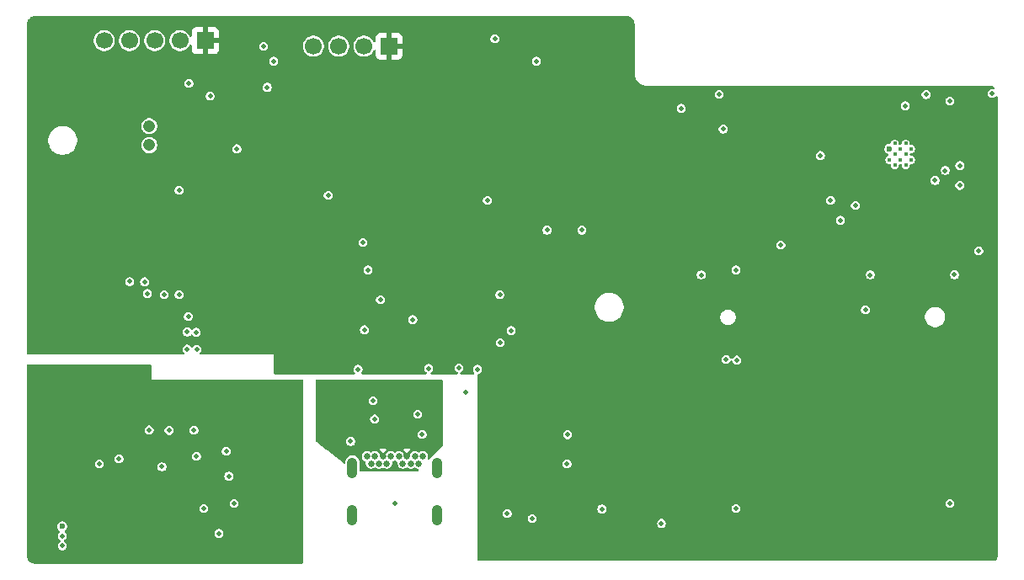
<source format=gbr>
%TF.GenerationSoftware,KiCad,Pcbnew,9.0.2*%
%TF.CreationDate,2025-06-28T16:23:08+05:30*%
%TF.ProjectId,ESP32 PCB,45535033-3220-4504-9342-2e6b69636164,rev?*%
%TF.SameCoordinates,Original*%
%TF.FileFunction,Copper,L3,Inr*%
%TF.FilePolarity,Positive*%
%FSLAX46Y46*%
G04 Gerber Fmt 4.6, Leading zero omitted, Abs format (unit mm)*
G04 Created by KiCad (PCBNEW 9.0.2) date 2025-06-28 16:23:08*
%MOMM*%
%LPD*%
G01*
G04 APERTURE LIST*
%TA.AperFunction,ComponentPad*%
%ADD10C,0.650000*%
%TD*%
%TA.AperFunction,ComponentPad*%
%ADD11O,1.050000X2.100000*%
%TD*%
%TA.AperFunction,ComponentPad*%
%ADD12R,1.700000X1.700000*%
%TD*%
%TA.AperFunction,ComponentPad*%
%ADD13C,1.700000*%
%TD*%
%TA.AperFunction,ComponentPad*%
%ADD14C,1.208000*%
%TD*%
%TA.AperFunction,ComponentPad*%
%ADD15C,0.400000*%
%TD*%
%TA.AperFunction,ComponentPad*%
%ADD16C,0.600000*%
%TD*%
%TA.AperFunction,ViaPad*%
%ADD17C,0.500000*%
%TD*%
%TA.AperFunction,ViaPad*%
%ADD18C,0.600000*%
%TD*%
G04 APERTURE END LIST*
D10*
%TO.N,GND*%
%TO.C,J1*%
X186000000Y-129265000D03*
%TO.N,unconnected-(J1-SSTXP2-PadB2)*%
X185600000Y-129975000D03*
%TO.N,unconnected-(J1-SSTXN2-PadB3)*%
X184800000Y-129975000D03*
%TO.N,/VBUS*%
X184400000Y-129265000D03*
%TO.N,Net-(J1-CC2)*%
X184000000Y-129975000D03*
%TO.N,/USB_DP*%
X183600000Y-129265000D03*
%TO.N,/USB_DN*%
X182800000Y-129265000D03*
%TO.N,unconnected-(J1-SBU2-PadB8)*%
X182400000Y-129975000D03*
%TO.N,/VBUS*%
X182000000Y-129265000D03*
%TO.N,unconnected-(J1-SSRXN1-PadB10)*%
X181600000Y-129975000D03*
%TO.N,unconnected-(J1-SSRXP1-PadB11)*%
X180800000Y-129975000D03*
%TO.N,GND*%
X180400000Y-129265000D03*
X185200000Y-129265000D03*
X181200000Y-129265000D03*
D11*
X178930000Y-130415000D03*
X187470000Y-130415000D03*
X178930000Y-135145000D03*
X187470000Y-135145000D03*
%TD*%
D12*
%TO.N,+3.3V*%
%TO.C,J4*%
X182630000Y-88000000D03*
D13*
%TO.N,/ESP32-C3-02/sDA*%
X180090000Y-88000000D03*
%TO.N,/ESP32-C3-02/SCL*%
X177550000Y-88000000D03*
%TO.N,GND*%
X175010000Y-88000000D03*
%TD*%
D12*
%TO.N,+3.3V*%
%TO.C,J5*%
X164125000Y-87450000D03*
D13*
%TO.N,/ESP32-C3-02/GPIO 8*%
X161585000Y-87450000D03*
%TO.N,/ESP32-C3-02/GPIO18*%
X159045000Y-87450000D03*
%TO.N,/ESP32-C3-02/GPIO19*%
X156505000Y-87450000D03*
%TO.N,GND*%
X153965000Y-87450000D03*
%TD*%
D14*
%TO.N,GND*%
%TO.C,MK1*%
X158500000Y-96050000D03*
%TO.N,Net-(C22-Pad1)*%
X158500000Y-97950000D03*
%TD*%
D15*
%TO.N,GND*%
%TO.C,U5*%
X233460000Y-97775000D03*
X234560000Y-97775000D03*
D16*
X232910000Y-98325000D03*
D15*
X234010000Y-98325000D03*
X235110000Y-98325000D03*
X233460000Y-98875000D03*
X234560000Y-98875000D03*
X232910000Y-99425000D03*
X234010000Y-99425000D03*
X235110000Y-99425000D03*
X233460000Y-99975000D03*
X234560000Y-99975000D03*
%TD*%
D17*
%TO.N,+5V*%
X167025000Y-133975000D03*
X164000000Y-134500000D03*
%TO.N,GND*%
X217500000Y-110500000D03*
X210000000Y-136000000D03*
X194900000Y-116600000D03*
X163275000Y-118500000D03*
X162325000Y-118475000D03*
X216208160Y-96335701D03*
X164625000Y-93000000D03*
X159775000Y-130300000D03*
X197425000Y-89500000D03*
X227000000Y-103500000D03*
X186600000Y-120400000D03*
X158500000Y-126600000D03*
X204007922Y-134545499D03*
X202000000Y-106500000D03*
X230500000Y-114500000D03*
X176500000Y-103000000D03*
X192500000Y-103500000D03*
X161500000Y-102500000D03*
X158325000Y-112875000D03*
X149750000Y-137250000D03*
X189650000Y-120350000D03*
X156550000Y-111675000D03*
X193250000Y-87250000D03*
X161500000Y-113000000D03*
X197000000Y-135500000D03*
X160000000Y-113000000D03*
X163225000Y-116775000D03*
X158025000Y-111700000D03*
X183200000Y-134000000D03*
X179500000Y-120500000D03*
X239000000Y-134000000D03*
X160500000Y-126637500D03*
D18*
X149750000Y-136300000D03*
D17*
X214000000Y-111000000D03*
X190350000Y-122850000D03*
X191500000Y-120500000D03*
X239463767Y-110981809D03*
X163000000Y-126612500D03*
X222000000Y-108000000D03*
X167325000Y-98325000D03*
X217500000Y-134500000D03*
X231000000Y-111000000D03*
X185950000Y-127050000D03*
X162325000Y-116750000D03*
X178750000Y-127750000D03*
X185000000Y-115500000D03*
X181000000Y-123651000D03*
X170375000Y-92125000D03*
X166500000Y-131250000D03*
X165500000Y-137000000D03*
X162425000Y-115175000D03*
X149750000Y-138250000D03*
X194500000Y-135000000D03*
%TO.N,+3.3V*%
X228500000Y-114500000D03*
X152250000Y-105550000D03*
X183500000Y-110500000D03*
X214000000Y-101000000D03*
X195000000Y-100500000D03*
X167033333Y-103400000D03*
X199975000Y-91250000D03*
X163200000Y-103400000D03*
X214500000Y-95000000D03*
X202000000Y-91000000D03*
X194508671Y-128442116D03*
X171500000Y-103500000D03*
X235500000Y-107000000D03*
X193750000Y-90250000D03*
X172500000Y-94000000D03*
X156500000Y-107500000D03*
X163966667Y-103400000D03*
X166266667Y-103400000D03*
X164733333Y-103400000D03*
X167800000Y-103400000D03*
X165500000Y-103400000D03*
X173175000Y-110175000D03*
X202575000Y-101075000D03*
X176775000Y-110275000D03*
X190500000Y-113000000D03*
X190750000Y-87500000D03*
X187500000Y-114500000D03*
X174500000Y-104000000D03*
%TO.N,/VBUS*%
X179250000Y-126750000D03*
X187250000Y-126250000D03*
X183150000Y-126000000D03*
X177750000Y-122500000D03*
X177750000Y-124500000D03*
X177750000Y-123500000D03*
%TO.N,Net-(U3-VBUS)*%
X193800000Y-117800000D03*
X193750000Y-113000000D03*
%TO.N,/ESP32-C3-02/BOOT*%
X228000000Y-105500000D03*
X217574000Y-119574000D03*
%TO.N,/ESP32-C3-02/EN*%
X229500000Y-103999999D03*
X216500000Y-119500000D03*
%TO.N,/USB_DP*%
X181158521Y-125500000D03*
%TO.N,/USB_DN*%
X185500000Y-125000000D03*
%TO.N,/ESP32-C3-02/sDA*%
X234500000Y-94000000D03*
X212000000Y-94250000D03*
%TO.N,/ESP32-C3-02/SCL*%
X215800000Y-92850000D03*
X236612500Y-92862500D03*
%TO.N,/ESP32-C3-02/GPIO 8*%
X170000000Y-88000000D03*
X226000000Y-99000000D03*
%TO.N,/ESP32-C3-02/GPIO19*%
X162500000Y-91750000D03*
X238535586Y-100500000D03*
%TO.N,/ESP32-C3-02/GPIO18*%
X240000000Y-100000000D03*
X171000000Y-89500000D03*
%TO.N,/ESP32-C3-02/sc_SD*%
X243250000Y-92750000D03*
X241900000Y-108600000D03*
%TO.N,/ESP32-C3-02/Photo C*%
X198500000Y-106500000D03*
X239000000Y-93500000D03*
%TO.N,/ESP32-C3-02/RTS*%
X200562500Y-127062500D03*
X180128768Y-116525000D03*
%TO.N,/ESP32-C3-02/DTR*%
X200500000Y-130000000D03*
X181750000Y-113500000D03*
%TO.N,/CHARGING POWER GOOD*%
X155462500Y-129500000D03*
X166250000Y-128750000D03*
%TO.N,/CHARGED *%
X153500000Y-130000000D03*
X163250000Y-129250000D03*
%TO.N,/ESP32-C3-02/RX_TX*%
X180500000Y-110500000D03*
X240000000Y-102000000D03*
%TO.N,/ESP32-C3-02/TX_RX*%
X180000000Y-107750000D03*
X237500000Y-101500000D03*
%TO.N,/+5V_USB*%
X153000000Y-121850000D03*
X171500000Y-125000000D03*
X171500000Y-122550000D03*
X165000000Y-136000000D03*
X167500000Y-130500000D03*
X150000000Y-121850000D03*
X159000000Y-138500000D03*
X166000000Y-132500000D03*
X160250000Y-136000000D03*
X171500000Y-123500000D03*
X162225000Y-136000000D03*
%TD*%
%TA.AperFunction,Conductor*%
%TO.N,+3.3V*%
G36*
X206506061Y-84951097D02*
G01*
X206516051Y-84952080D01*
X206643824Y-84964665D01*
X206667652Y-84969404D01*
X206794277Y-85007815D01*
X206816725Y-85017114D01*
X206933406Y-85079482D01*
X206953616Y-85092986D01*
X207055891Y-85176920D01*
X207073079Y-85194108D01*
X207157012Y-85296381D01*
X207170517Y-85316593D01*
X207232883Y-85433271D01*
X207242186Y-85455728D01*
X207280593Y-85582338D01*
X207285335Y-85606180D01*
X207298903Y-85743938D01*
X207299500Y-85756092D01*
X207299500Y-90844486D01*
X207329059Y-91031118D01*
X207387454Y-91210836D01*
X207432631Y-91299500D01*
X207473240Y-91379199D01*
X207584310Y-91532073D01*
X207717927Y-91665690D01*
X207870801Y-91776760D01*
X207934682Y-91809309D01*
X208039163Y-91862545D01*
X208039165Y-91862545D01*
X208039168Y-91862547D01*
X208135497Y-91893846D01*
X208218881Y-91920940D01*
X208405514Y-91950500D01*
X208405519Y-91950500D01*
X208460118Y-91950500D01*
X223960118Y-91950500D01*
X242960118Y-91950500D01*
X242993908Y-91950500D01*
X243006061Y-91951097D01*
X243006234Y-91951114D01*
X243143824Y-91964665D01*
X243167652Y-91969404D01*
X243294277Y-92007815D01*
X243316725Y-92017114D01*
X243432938Y-92079232D01*
X243482781Y-92128193D01*
X243498242Y-92196331D01*
X243474410Y-92262011D01*
X243418853Y-92304379D01*
X243349208Y-92309986D01*
X243342392Y-92308364D01*
X243309310Y-92299500D01*
X243309309Y-92299500D01*
X243190691Y-92299500D01*
X243076114Y-92330201D01*
X243076112Y-92330201D01*
X243076112Y-92330202D01*
X242973387Y-92389511D01*
X242973384Y-92389513D01*
X242889513Y-92473384D01*
X242889511Y-92473387D01*
X242830201Y-92576114D01*
X242799500Y-92690691D01*
X242799500Y-92809309D01*
X242830201Y-92923886D01*
X242889511Y-93026613D01*
X242973387Y-93110489D01*
X243076114Y-93169799D01*
X243190691Y-93200500D01*
X243190694Y-93200500D01*
X243309306Y-93200500D01*
X243309309Y-93200500D01*
X243423886Y-93169799D01*
X243526613Y-93110489D01*
X243587819Y-93049283D01*
X243649142Y-93015798D01*
X243718834Y-93020782D01*
X243774767Y-93062654D01*
X243799184Y-93128118D01*
X243799500Y-93136964D01*
X243799500Y-139243907D01*
X243798903Y-139256061D01*
X243785335Y-139393819D01*
X243780593Y-139417661D01*
X243742186Y-139544271D01*
X243732883Y-139566728D01*
X243670517Y-139683406D01*
X243657068Y-139703549D01*
X243656210Y-139704596D01*
X243598493Y-139743972D01*
X243560301Y-139750000D01*
X191624000Y-139750000D01*
X191556961Y-139730315D01*
X191511206Y-139677511D01*
X191500000Y-139626000D01*
X191500000Y-134940691D01*
X194049500Y-134940691D01*
X194049500Y-135059309D01*
X194080201Y-135173886D01*
X194139511Y-135276613D01*
X194223387Y-135360489D01*
X194326114Y-135419799D01*
X194440691Y-135450500D01*
X194440694Y-135450500D01*
X194559306Y-135450500D01*
X194559309Y-135450500D01*
X194595916Y-135440691D01*
X196549500Y-135440691D01*
X196549500Y-135559309D01*
X196580201Y-135673886D01*
X196639511Y-135776613D01*
X196723387Y-135860489D01*
X196826114Y-135919799D01*
X196940691Y-135950500D01*
X196940694Y-135950500D01*
X197059306Y-135950500D01*
X197059309Y-135950500D01*
X197095916Y-135940691D01*
X209549500Y-135940691D01*
X209549500Y-136059309D01*
X209580201Y-136173886D01*
X209639511Y-136276613D01*
X209723387Y-136360489D01*
X209826114Y-136419799D01*
X209940691Y-136450500D01*
X209940694Y-136450500D01*
X210059306Y-136450500D01*
X210059309Y-136450500D01*
X210173886Y-136419799D01*
X210276613Y-136360489D01*
X210360489Y-136276613D01*
X210419799Y-136173886D01*
X210450500Y-136059309D01*
X210450500Y-135940691D01*
X210419799Y-135826114D01*
X210360489Y-135723387D01*
X210276613Y-135639511D01*
X210173886Y-135580201D01*
X210059309Y-135549500D01*
X209940691Y-135549500D01*
X209826114Y-135580201D01*
X209826112Y-135580201D01*
X209826112Y-135580202D01*
X209723387Y-135639511D01*
X209723384Y-135639513D01*
X209639513Y-135723384D01*
X209639511Y-135723387D01*
X209608780Y-135776615D01*
X209580201Y-135826114D01*
X209549500Y-135940691D01*
X197095916Y-135940691D01*
X197173886Y-135919799D01*
X197276613Y-135860489D01*
X197360489Y-135776613D01*
X197419799Y-135673886D01*
X197450500Y-135559309D01*
X197450500Y-135440691D01*
X197419799Y-135326114D01*
X197360489Y-135223387D01*
X197276613Y-135139511D01*
X197173886Y-135080201D01*
X197059309Y-135049500D01*
X196940691Y-135049500D01*
X196826114Y-135080201D01*
X196826112Y-135080201D01*
X196826112Y-135080202D01*
X196723387Y-135139511D01*
X196723384Y-135139513D01*
X196639513Y-135223384D01*
X196639511Y-135223387D01*
X196608780Y-135276615D01*
X196580201Y-135326114D01*
X196549500Y-135440691D01*
X194595916Y-135440691D01*
X194673886Y-135419799D01*
X194776613Y-135360489D01*
X194860489Y-135276613D01*
X194919799Y-135173886D01*
X194950500Y-135059309D01*
X194950500Y-134940691D01*
X194919799Y-134826114D01*
X194860489Y-134723387D01*
X194776613Y-134639511D01*
X194673886Y-134580201D01*
X194559309Y-134549500D01*
X194440691Y-134549500D01*
X194326114Y-134580201D01*
X194326112Y-134580201D01*
X194326112Y-134580202D01*
X194223387Y-134639511D01*
X194223384Y-134639513D01*
X194139513Y-134723384D01*
X194139511Y-134723387D01*
X194082512Y-134822112D01*
X194080201Y-134826114D01*
X194049500Y-134940691D01*
X191500000Y-134940691D01*
X191500000Y-134486190D01*
X203557422Y-134486190D01*
X203557422Y-134604808D01*
X203588123Y-134719385D01*
X203647433Y-134822112D01*
X203731309Y-134905988D01*
X203834036Y-134965298D01*
X203948613Y-134995999D01*
X203948616Y-134995999D01*
X204067228Y-134995999D01*
X204067231Y-134995999D01*
X204181808Y-134965298D01*
X204284535Y-134905988D01*
X204368411Y-134822112D01*
X204427721Y-134719385D01*
X204458422Y-134604808D01*
X204458422Y-134486190D01*
X204446231Y-134440691D01*
X217049500Y-134440691D01*
X217049500Y-134559309D01*
X217080201Y-134673886D01*
X217139511Y-134776613D01*
X217223387Y-134860489D01*
X217326114Y-134919799D01*
X217440691Y-134950500D01*
X217440694Y-134950500D01*
X217559306Y-134950500D01*
X217559309Y-134950500D01*
X217673886Y-134919799D01*
X217776613Y-134860489D01*
X217860489Y-134776613D01*
X217919799Y-134673886D01*
X217950500Y-134559309D01*
X217950500Y-134440691D01*
X217919799Y-134326114D01*
X217860489Y-134223387D01*
X217776613Y-134139511D01*
X217673886Y-134080201D01*
X217569901Y-134052338D01*
X217566352Y-134051387D01*
X217559309Y-134049500D01*
X217440691Y-134049500D01*
X217326114Y-134080201D01*
X217326112Y-134080201D01*
X217326112Y-134080202D01*
X217223387Y-134139511D01*
X217223384Y-134139513D01*
X217139513Y-134223384D01*
X217139511Y-134223387D01*
X217108780Y-134276615D01*
X217080201Y-134326114D01*
X217049500Y-134440691D01*
X204446231Y-134440691D01*
X204427721Y-134371613D01*
X204368411Y-134268886D01*
X204284535Y-134185010D01*
X204181808Y-134125700D01*
X204067231Y-134094999D01*
X203948613Y-134094999D01*
X203834036Y-134125700D01*
X203834034Y-134125700D01*
X203834034Y-134125701D01*
X203731309Y-134185010D01*
X203731306Y-134185012D01*
X203647435Y-134268883D01*
X203647433Y-134268886D01*
X203594546Y-134360489D01*
X203588123Y-134371613D01*
X203557422Y-134486190D01*
X191500000Y-134486190D01*
X191500000Y-133940691D01*
X238549500Y-133940691D01*
X238549500Y-134059309D01*
X238580201Y-134173886D01*
X238639511Y-134276613D01*
X238723387Y-134360489D01*
X238826114Y-134419799D01*
X238940691Y-134450500D01*
X238940694Y-134450500D01*
X239059306Y-134450500D01*
X239059309Y-134450500D01*
X239173886Y-134419799D01*
X239276613Y-134360489D01*
X239360489Y-134276613D01*
X239419799Y-134173886D01*
X239450500Y-134059309D01*
X239450500Y-133940691D01*
X239419799Y-133826114D01*
X239360489Y-133723387D01*
X239276613Y-133639511D01*
X239173886Y-133580201D01*
X239059309Y-133549500D01*
X238940691Y-133549500D01*
X238826114Y-133580201D01*
X238826112Y-133580201D01*
X238826112Y-133580202D01*
X238723387Y-133639511D01*
X238723384Y-133639513D01*
X238639513Y-133723384D01*
X238639511Y-133723387D01*
X238580201Y-133826114D01*
X238549500Y-133940691D01*
X191500000Y-133940691D01*
X191500000Y-129940691D01*
X200049500Y-129940691D01*
X200049500Y-130059309D01*
X200080201Y-130173886D01*
X200139511Y-130276613D01*
X200223387Y-130360489D01*
X200326114Y-130419799D01*
X200440691Y-130450500D01*
X200440694Y-130450500D01*
X200559306Y-130450500D01*
X200559309Y-130450500D01*
X200673886Y-130419799D01*
X200776613Y-130360489D01*
X200860489Y-130276613D01*
X200919799Y-130173886D01*
X200950500Y-130059309D01*
X200950500Y-129940691D01*
X200919799Y-129826114D01*
X200860489Y-129723387D01*
X200776613Y-129639511D01*
X200673886Y-129580201D01*
X200559309Y-129549500D01*
X200440691Y-129549500D01*
X200326114Y-129580201D01*
X200326112Y-129580201D01*
X200326112Y-129580202D01*
X200223387Y-129639511D01*
X200223384Y-129639513D01*
X200139513Y-129723384D01*
X200139511Y-129723387D01*
X200080201Y-129826114D01*
X200049500Y-129940691D01*
X191500000Y-129940691D01*
X191500000Y-127003191D01*
X200112000Y-127003191D01*
X200112000Y-127121809D01*
X200142701Y-127236386D01*
X200202011Y-127339113D01*
X200285887Y-127422989D01*
X200388614Y-127482299D01*
X200503191Y-127513000D01*
X200503194Y-127513000D01*
X200621806Y-127513000D01*
X200621809Y-127513000D01*
X200736386Y-127482299D01*
X200839113Y-127422989D01*
X200922989Y-127339113D01*
X200982299Y-127236386D01*
X201013000Y-127121809D01*
X201013000Y-127003191D01*
X200982299Y-126888614D01*
X200922989Y-126785887D01*
X200839113Y-126702011D01*
X200736386Y-126642701D01*
X200621809Y-126612000D01*
X200503191Y-126612000D01*
X200388614Y-126642701D01*
X200388612Y-126642701D01*
X200388612Y-126642702D01*
X200285887Y-126702011D01*
X200285884Y-126702013D01*
X200202013Y-126785884D01*
X200202011Y-126785887D01*
X200142701Y-126888614D01*
X200112000Y-127003191D01*
X191500000Y-127003191D01*
X191500000Y-121061539D01*
X191519685Y-120994500D01*
X191572489Y-120948745D01*
X191591896Y-120941768D01*
X191673886Y-120919799D01*
X191776613Y-120860489D01*
X191860489Y-120776613D01*
X191919799Y-120673886D01*
X191950500Y-120559309D01*
X191950500Y-120440691D01*
X191919799Y-120326114D01*
X191860489Y-120223387D01*
X191776613Y-120139511D01*
X191673886Y-120080201D01*
X191559309Y-120049500D01*
X191440691Y-120049500D01*
X191326114Y-120080201D01*
X191326112Y-120080201D01*
X191326112Y-120080202D01*
X191223387Y-120139511D01*
X191223384Y-120139513D01*
X191139513Y-120223384D01*
X191139511Y-120223387D01*
X191100652Y-120290693D01*
X191080201Y-120326114D01*
X191049500Y-120440691D01*
X191049500Y-120559309D01*
X191080201Y-120673886D01*
X191139511Y-120776613D01*
X191139513Y-120776615D01*
X191151217Y-120788319D01*
X191184702Y-120849642D01*
X191179718Y-120919334D01*
X191137846Y-120975267D01*
X191072382Y-120999684D01*
X191063536Y-121000000D01*
X189887941Y-121000000D01*
X189820902Y-120980315D01*
X189775147Y-120927511D01*
X189765203Y-120858353D01*
X189794228Y-120794797D01*
X189825940Y-120768613D01*
X189840011Y-120760489D01*
X189926613Y-120710489D01*
X190010489Y-120626613D01*
X190069799Y-120523886D01*
X190100500Y-120409309D01*
X190100500Y-120290691D01*
X190069799Y-120176114D01*
X190010489Y-120073387D01*
X189926613Y-119989511D01*
X189823886Y-119930201D01*
X189709309Y-119899500D01*
X189590691Y-119899500D01*
X189476114Y-119930201D01*
X189476112Y-119930201D01*
X189476112Y-119930202D01*
X189373387Y-119989511D01*
X189373384Y-119989513D01*
X189289513Y-120073384D01*
X189289511Y-120073387D01*
X189230201Y-120176114D01*
X189199500Y-120290691D01*
X189199500Y-120409309D01*
X189230201Y-120523886D01*
X189289511Y-120626613D01*
X189373387Y-120710489D01*
X189459984Y-120760486D01*
X189474060Y-120768613D01*
X189522275Y-120819181D01*
X189535497Y-120887788D01*
X189509529Y-120952652D01*
X189452615Y-120993180D01*
X189412059Y-121000000D01*
X186924542Y-121000000D01*
X186857503Y-120980315D01*
X186811748Y-120927511D01*
X186801804Y-120858353D01*
X186830829Y-120794797D01*
X186862538Y-120768614D01*
X186876613Y-120760489D01*
X186960489Y-120676613D01*
X187019799Y-120573886D01*
X187050500Y-120459309D01*
X187050500Y-120340691D01*
X187019799Y-120226114D01*
X186960489Y-120123387D01*
X186876613Y-120039511D01*
X186773886Y-119980201D01*
X186659309Y-119949500D01*
X186540691Y-119949500D01*
X186426114Y-119980201D01*
X186426112Y-119980201D01*
X186426112Y-119980202D01*
X186323387Y-120039511D01*
X186323384Y-120039513D01*
X186239513Y-120123384D01*
X186239511Y-120123387D01*
X186180201Y-120226114D01*
X186149500Y-120340691D01*
X186149500Y-120459309D01*
X186180201Y-120573886D01*
X186239511Y-120676613D01*
X186323387Y-120760489D01*
X186337460Y-120768614D01*
X186385674Y-120819180D01*
X186398896Y-120887788D01*
X186372928Y-120952652D01*
X186316014Y-120993180D01*
X186275458Y-121000000D01*
X179936464Y-121000000D01*
X179869425Y-120980315D01*
X179823670Y-120927511D01*
X179813726Y-120858353D01*
X179842751Y-120794797D01*
X179848783Y-120788319D01*
X179860489Y-120776613D01*
X179919799Y-120673886D01*
X179950500Y-120559309D01*
X179950500Y-120440691D01*
X179919799Y-120326114D01*
X179860489Y-120223387D01*
X179776613Y-120139511D01*
X179673886Y-120080201D01*
X179559309Y-120049500D01*
X179440691Y-120049500D01*
X179326114Y-120080201D01*
X179326112Y-120080201D01*
X179326112Y-120080202D01*
X179223387Y-120139511D01*
X179223384Y-120139513D01*
X179139513Y-120223384D01*
X179139511Y-120223387D01*
X179100652Y-120290693D01*
X179080201Y-120326114D01*
X179049500Y-120440691D01*
X179049500Y-120559309D01*
X179080201Y-120673886D01*
X179139511Y-120776613D01*
X179139513Y-120776615D01*
X179151217Y-120788319D01*
X179184702Y-120849642D01*
X179179718Y-120919334D01*
X179137846Y-120975267D01*
X179072382Y-120999684D01*
X179063536Y-121000000D01*
X171124000Y-121000000D01*
X171056961Y-120980315D01*
X171011206Y-120927511D01*
X171000000Y-120876000D01*
X171000000Y-119440691D01*
X216049500Y-119440691D01*
X216049500Y-119559309D01*
X216080201Y-119673886D01*
X216139511Y-119776613D01*
X216223387Y-119860489D01*
X216326114Y-119919799D01*
X216440691Y-119950500D01*
X216440694Y-119950500D01*
X216559306Y-119950500D01*
X216559309Y-119950500D01*
X216673886Y-119919799D01*
X216776613Y-119860489D01*
X216860489Y-119776613D01*
X216916674Y-119679297D01*
X216967241Y-119631082D01*
X217035848Y-119617859D01*
X217100713Y-119643828D01*
X217141241Y-119700742D01*
X217143835Y-119709203D01*
X217154200Y-119747884D01*
X217154200Y-119747885D01*
X217170784Y-119776609D01*
X217213511Y-119850613D01*
X217297387Y-119934489D01*
X217400114Y-119993799D01*
X217514691Y-120024500D01*
X217514694Y-120024500D01*
X217633306Y-120024500D01*
X217633309Y-120024500D01*
X217747886Y-119993799D01*
X217850613Y-119934489D01*
X217934489Y-119850613D01*
X217993799Y-119747886D01*
X218024500Y-119633309D01*
X218024500Y-119514691D01*
X217993799Y-119400114D01*
X217934489Y-119297387D01*
X217850613Y-119213511D01*
X217747886Y-119154201D01*
X217633309Y-119123500D01*
X217514691Y-119123500D01*
X217400114Y-119154201D01*
X217400112Y-119154201D01*
X217400112Y-119154202D01*
X217297387Y-119213511D01*
X217297384Y-119213513D01*
X217213513Y-119297384D01*
X217213506Y-119297393D01*
X217157324Y-119394702D01*
X217106757Y-119442917D01*
X217038149Y-119456139D01*
X216973285Y-119430171D01*
X216932757Y-119373256D01*
X216930167Y-119364810D01*
X216919799Y-119326114D01*
X216860489Y-119223387D01*
X216776613Y-119139511D01*
X216673886Y-119080201D01*
X216559309Y-119049500D01*
X216440691Y-119049500D01*
X216326114Y-119080201D01*
X216326112Y-119080201D01*
X216326112Y-119080202D01*
X216223387Y-119139511D01*
X216223384Y-119139513D01*
X216139513Y-119223384D01*
X216139511Y-119223387D01*
X216080201Y-119326114D01*
X216049500Y-119440691D01*
X171000000Y-119440691D01*
X171000000Y-119000000D01*
X163711464Y-119000000D01*
X163644425Y-118980315D01*
X163598670Y-118927511D01*
X163588726Y-118858353D01*
X163617751Y-118794797D01*
X163623783Y-118788319D01*
X163635489Y-118776613D01*
X163694799Y-118673886D01*
X163725500Y-118559309D01*
X163725500Y-118440691D01*
X163694799Y-118326114D01*
X163635489Y-118223387D01*
X163551613Y-118139511D01*
X163448886Y-118080201D01*
X163334309Y-118049500D01*
X163215691Y-118049500D01*
X163101114Y-118080201D01*
X163101112Y-118080201D01*
X163101112Y-118080202D01*
X162998387Y-118139511D01*
X162998384Y-118139513D01*
X162914513Y-118223384D01*
X162909563Y-118229836D01*
X162908515Y-118229032D01*
X162864030Y-118271444D01*
X162795422Y-118284663D01*
X162730559Y-118258691D01*
X162699831Y-118223227D01*
X162694087Y-118213280D01*
X162685489Y-118198387D01*
X162601613Y-118114511D01*
X162498886Y-118055201D01*
X162384309Y-118024500D01*
X162265691Y-118024500D01*
X162151114Y-118055201D01*
X162151112Y-118055201D01*
X162151112Y-118055202D01*
X162048387Y-118114511D01*
X162048384Y-118114513D01*
X161964513Y-118198384D01*
X161964511Y-118198387D01*
X161905201Y-118301114D01*
X161874500Y-118415691D01*
X161874500Y-118534309D01*
X161905201Y-118648886D01*
X161964511Y-118751613D01*
X161964513Y-118751615D01*
X162001217Y-118788319D01*
X162034702Y-118849642D01*
X162029718Y-118919334D01*
X161987846Y-118975267D01*
X161922382Y-118999684D01*
X161913536Y-119000000D01*
X146324500Y-119000000D01*
X146257461Y-118980315D01*
X146211706Y-118927511D01*
X146200500Y-118876000D01*
X146200500Y-117740691D01*
X193349500Y-117740691D01*
X193349500Y-117859309D01*
X193380201Y-117973886D01*
X193439511Y-118076613D01*
X193523387Y-118160489D01*
X193626114Y-118219799D01*
X193740691Y-118250500D01*
X193740694Y-118250500D01*
X193859306Y-118250500D01*
X193859309Y-118250500D01*
X193973886Y-118219799D01*
X194076613Y-118160489D01*
X194160489Y-118076613D01*
X194219799Y-117973886D01*
X194250500Y-117859309D01*
X194250500Y-117740691D01*
X194219799Y-117626114D01*
X194160489Y-117523387D01*
X194076613Y-117439511D01*
X193973886Y-117380201D01*
X193859309Y-117349500D01*
X193740691Y-117349500D01*
X193626114Y-117380201D01*
X193626112Y-117380201D01*
X193626112Y-117380202D01*
X193523387Y-117439511D01*
X193523384Y-117439513D01*
X193439513Y-117523384D01*
X193439511Y-117523387D01*
X193380201Y-117626114D01*
X193349500Y-117740691D01*
X146200500Y-117740691D01*
X146200500Y-116690691D01*
X161874500Y-116690691D01*
X161874500Y-116809309D01*
X161905201Y-116923886D01*
X161964511Y-117026613D01*
X162048387Y-117110489D01*
X162151114Y-117169799D01*
X162265691Y-117200500D01*
X162265694Y-117200500D01*
X162384306Y-117200500D01*
X162384309Y-117200500D01*
X162498886Y-117169799D01*
X162601613Y-117110489D01*
X162675951Y-117036150D01*
X162737270Y-117002668D01*
X162806962Y-117007652D01*
X162858715Y-117045914D01*
X162858764Y-117045866D01*
X162859084Y-117046186D01*
X162862000Y-117048342D01*
X162864507Y-117051609D01*
X162864510Y-117051612D01*
X162864511Y-117051613D01*
X162948387Y-117135489D01*
X163051114Y-117194799D01*
X163165691Y-117225500D01*
X163165694Y-117225500D01*
X163284306Y-117225500D01*
X163284309Y-117225500D01*
X163398886Y-117194799D01*
X163501613Y-117135489D01*
X163585489Y-117051613D01*
X163644799Y-116948886D01*
X163675500Y-116834309D01*
X163675500Y-116715691D01*
X163644799Y-116601114D01*
X163597715Y-116519562D01*
X163585493Y-116498393D01*
X163585490Y-116498390D01*
X163585489Y-116498387D01*
X163552793Y-116465691D01*
X179678268Y-116465691D01*
X179678268Y-116584309D01*
X179708969Y-116698886D01*
X179768279Y-116801613D01*
X179852155Y-116885489D01*
X179954882Y-116944799D01*
X180069459Y-116975500D01*
X180069462Y-116975500D01*
X180188074Y-116975500D01*
X180188077Y-116975500D01*
X180302654Y-116944799D01*
X180405381Y-116885489D01*
X180489257Y-116801613D01*
X180548567Y-116698886D01*
X180579268Y-116584309D01*
X180579268Y-116540691D01*
X194449500Y-116540691D01*
X194449500Y-116659309D01*
X194480201Y-116773886D01*
X194539511Y-116876613D01*
X194623387Y-116960489D01*
X194726114Y-117019799D01*
X194840691Y-117050500D01*
X194840694Y-117050500D01*
X194959306Y-117050500D01*
X194959309Y-117050500D01*
X195073886Y-117019799D01*
X195176613Y-116960489D01*
X195260489Y-116876613D01*
X195319799Y-116773886D01*
X195350500Y-116659309D01*
X195350500Y-116540691D01*
X195319799Y-116426114D01*
X195260489Y-116323387D01*
X195176613Y-116239511D01*
X195073886Y-116180201D01*
X194959309Y-116149500D01*
X194840691Y-116149500D01*
X194726114Y-116180201D01*
X194726112Y-116180201D01*
X194726112Y-116180202D01*
X194623387Y-116239511D01*
X194623384Y-116239513D01*
X194539513Y-116323384D01*
X194539511Y-116323387D01*
X194480201Y-116426114D01*
X194449500Y-116540691D01*
X180579268Y-116540691D01*
X180579268Y-116465691D01*
X180548567Y-116351114D01*
X180489257Y-116248387D01*
X180405381Y-116164511D01*
X180302654Y-116105201D01*
X180188077Y-116074500D01*
X180069459Y-116074500D01*
X179954882Y-116105201D01*
X179954880Y-116105201D01*
X179954880Y-116105202D01*
X179852155Y-116164511D01*
X179852152Y-116164513D01*
X179768281Y-116248384D01*
X179768279Y-116248387D01*
X179708969Y-116351114D01*
X179678268Y-116465691D01*
X163552793Y-116465691D01*
X163501613Y-116414511D01*
X163398886Y-116355201D01*
X163284309Y-116324500D01*
X163165691Y-116324500D01*
X163051114Y-116355201D01*
X163051112Y-116355201D01*
X163051112Y-116355202D01*
X162948387Y-116414511D01*
X162874051Y-116488847D01*
X162812727Y-116522331D01*
X162743036Y-116517346D01*
X162691284Y-116479085D01*
X162691236Y-116479134D01*
X162690913Y-116478811D01*
X162687998Y-116476656D01*
X162685490Y-116473388D01*
X162601615Y-116389513D01*
X162601613Y-116389511D01*
X162498886Y-116330201D01*
X162384309Y-116299500D01*
X162265691Y-116299500D01*
X162151114Y-116330201D01*
X162151112Y-116330201D01*
X162151112Y-116330202D01*
X162048387Y-116389511D01*
X162048384Y-116389513D01*
X161964513Y-116473384D01*
X161964511Y-116473387D01*
X161925652Y-116540693D01*
X161905201Y-116576114D01*
X161874500Y-116690691D01*
X146200500Y-116690691D01*
X146200500Y-115115691D01*
X161974500Y-115115691D01*
X161974500Y-115234309D01*
X162005201Y-115348886D01*
X162064511Y-115451613D01*
X162148387Y-115535489D01*
X162251114Y-115594799D01*
X162365691Y-115625500D01*
X162365694Y-115625500D01*
X162484306Y-115625500D01*
X162484309Y-115625500D01*
X162598886Y-115594799D01*
X162701613Y-115535489D01*
X162785489Y-115451613D01*
X162791795Y-115440691D01*
X184549500Y-115440691D01*
X184549500Y-115559309D01*
X184580201Y-115673886D01*
X184639511Y-115776613D01*
X184723387Y-115860489D01*
X184826114Y-115919799D01*
X184940691Y-115950500D01*
X184940694Y-115950500D01*
X185059306Y-115950500D01*
X185059309Y-115950500D01*
X185173886Y-115919799D01*
X185276613Y-115860489D01*
X185360489Y-115776613D01*
X185419799Y-115673886D01*
X185450500Y-115559309D01*
X185450500Y-115440691D01*
X185419799Y-115326114D01*
X185360489Y-115223387D01*
X185276613Y-115139511D01*
X185173886Y-115080201D01*
X185059309Y-115049500D01*
X184940691Y-115049500D01*
X184826114Y-115080201D01*
X184826112Y-115080201D01*
X184826112Y-115080202D01*
X184723387Y-115139511D01*
X184723384Y-115139513D01*
X184639513Y-115223384D01*
X184639511Y-115223387D01*
X184580201Y-115326114D01*
X184549500Y-115440691D01*
X162791795Y-115440691D01*
X162832285Y-115370563D01*
X162832285Y-115370562D01*
X162844796Y-115348893D01*
X162844797Y-115348890D01*
X162844798Y-115348887D01*
X162844799Y-115348886D01*
X162875500Y-115234309D01*
X162875500Y-115115691D01*
X162844799Y-115001114D01*
X162785489Y-114898387D01*
X162701613Y-114814511D01*
X162598886Y-114755201D01*
X162484309Y-114724500D01*
X162365691Y-114724500D01*
X162251114Y-114755201D01*
X162251112Y-114755201D01*
X162251112Y-114755202D01*
X162148387Y-114814511D01*
X162148384Y-114814513D01*
X162064513Y-114898384D01*
X162064511Y-114898387D01*
X162005201Y-115001114D01*
X161974500Y-115115691D01*
X146200500Y-115115691D01*
X146200500Y-114135837D01*
X203299500Y-114135837D01*
X203299500Y-114364162D01*
X203335215Y-114589660D01*
X203405770Y-114806803D01*
X203504776Y-115001112D01*
X203509421Y-115010228D01*
X203643621Y-115194937D01*
X203805063Y-115356379D01*
X203989772Y-115490579D01*
X204077907Y-115535486D01*
X204193196Y-115594229D01*
X204193198Y-115594229D01*
X204193201Y-115594231D01*
X204289437Y-115625500D01*
X204410339Y-115664784D01*
X204635838Y-115700500D01*
X204635843Y-115700500D01*
X204864162Y-115700500D01*
X205089660Y-115664784D01*
X205306799Y-115594231D01*
X205510228Y-115490579D01*
X205694937Y-115356379D01*
X205856379Y-115194937D01*
X205871870Y-115173615D01*
X215924500Y-115173615D01*
X215924500Y-115326384D01*
X215954300Y-115476197D01*
X215954302Y-115476205D01*
X216012759Y-115617334D01*
X216012764Y-115617343D01*
X216097629Y-115744351D01*
X216097632Y-115744355D01*
X216205644Y-115852367D01*
X216205648Y-115852370D01*
X216332656Y-115937235D01*
X216332662Y-115937238D01*
X216332663Y-115937239D01*
X216473795Y-115995698D01*
X216623615Y-116025499D01*
X216623619Y-116025500D01*
X216623620Y-116025500D01*
X216776381Y-116025500D01*
X216776382Y-116025499D01*
X216926205Y-115995698D01*
X217067337Y-115937239D01*
X217194352Y-115852370D01*
X217302370Y-115744352D01*
X217387239Y-115617337D01*
X217445698Y-115476205D01*
X217475500Y-115326380D01*
X217475500Y-115173620D01*
X217474202Y-115167094D01*
X217474202Y-115167091D01*
X217470602Y-115148992D01*
X236474500Y-115148992D01*
X236474500Y-115351007D01*
X236513907Y-115549119D01*
X236513909Y-115549127D01*
X236591212Y-115735752D01*
X236591217Y-115735762D01*
X236703441Y-115903718D01*
X236846281Y-116046558D01*
X237014237Y-116158782D01*
X237014241Y-116158784D01*
X237014244Y-116158786D01*
X237200873Y-116236091D01*
X237398992Y-116275499D01*
X237398996Y-116275500D01*
X237398997Y-116275500D01*
X237601004Y-116275500D01*
X237601005Y-116275499D01*
X237799127Y-116236091D01*
X237985756Y-116158786D01*
X238153718Y-116046558D01*
X238296558Y-115903718D01*
X238408786Y-115735756D01*
X238486091Y-115549127D01*
X238525500Y-115351003D01*
X238525500Y-115148997D01*
X238486091Y-114950873D01*
X238408786Y-114764244D01*
X238408784Y-114764241D01*
X238408782Y-114764237D01*
X238296558Y-114596281D01*
X238153718Y-114453441D01*
X237985762Y-114341217D01*
X237985752Y-114341212D01*
X237799127Y-114263909D01*
X237799119Y-114263907D01*
X237601007Y-114224500D01*
X237601003Y-114224500D01*
X237398997Y-114224500D01*
X237398992Y-114224500D01*
X237200880Y-114263907D01*
X237200872Y-114263909D01*
X237014247Y-114341212D01*
X237014237Y-114341217D01*
X236846281Y-114453441D01*
X236703441Y-114596281D01*
X236591217Y-114764237D01*
X236591212Y-114764247D01*
X236513909Y-114950872D01*
X236513907Y-114950880D01*
X236474500Y-115148992D01*
X217470602Y-115148992D01*
X217445699Y-115023802D01*
X217445698Y-115023795D01*
X217387239Y-114882663D01*
X217387238Y-114882662D01*
X217387235Y-114882656D01*
X217302370Y-114755648D01*
X217302367Y-114755644D01*
X217194355Y-114647632D01*
X217194351Y-114647629D01*
X217067343Y-114562764D01*
X217067333Y-114562759D01*
X217029589Y-114547125D01*
X216926205Y-114504302D01*
X216926197Y-114504300D01*
X216776384Y-114474500D01*
X216776380Y-114474500D01*
X216623620Y-114474500D01*
X216623615Y-114474500D01*
X216473802Y-114504300D01*
X216473794Y-114504302D01*
X216332665Y-114562759D01*
X216332656Y-114562764D01*
X216205648Y-114647629D01*
X216205644Y-114647632D01*
X216097632Y-114755644D01*
X216097629Y-114755648D01*
X216012764Y-114882656D01*
X216012759Y-114882665D01*
X215954302Y-115023794D01*
X215954300Y-115023802D01*
X215924500Y-115173615D01*
X205871870Y-115173615D01*
X205990579Y-115010228D01*
X206094231Y-114806799D01*
X206164784Y-114589660D01*
X206171521Y-114547125D01*
X206188379Y-114440691D01*
X230049500Y-114440691D01*
X230049500Y-114559309D01*
X230080201Y-114673886D01*
X230139511Y-114776613D01*
X230223387Y-114860489D01*
X230326114Y-114919799D01*
X230440691Y-114950500D01*
X230440694Y-114950500D01*
X230559306Y-114950500D01*
X230559309Y-114950500D01*
X230673886Y-114919799D01*
X230776613Y-114860489D01*
X230860489Y-114776613D01*
X230919799Y-114673886D01*
X230950500Y-114559309D01*
X230950500Y-114440691D01*
X230919799Y-114326114D01*
X230860489Y-114223387D01*
X230776613Y-114139511D01*
X230673886Y-114080201D01*
X230559309Y-114049500D01*
X230440691Y-114049500D01*
X230326114Y-114080201D01*
X230326112Y-114080201D01*
X230326112Y-114080202D01*
X230223387Y-114139511D01*
X230223384Y-114139513D01*
X230139513Y-114223384D01*
X230139511Y-114223387D01*
X230116117Y-114263907D01*
X230080201Y-114326114D01*
X230049500Y-114440691D01*
X206188379Y-114440691D01*
X206200500Y-114364162D01*
X206200500Y-114135837D01*
X206164784Y-113910339D01*
X206094229Y-113693196D01*
X205990578Y-113489771D01*
X205962046Y-113450500D01*
X205856379Y-113305063D01*
X205694937Y-113143621D01*
X205510228Y-113009421D01*
X205306803Y-112905770D01*
X205089660Y-112835215D01*
X204864162Y-112799500D01*
X204864157Y-112799500D01*
X204635843Y-112799500D01*
X204635838Y-112799500D01*
X204410339Y-112835215D01*
X204193196Y-112905770D01*
X203989771Y-113009421D01*
X203805061Y-113143622D01*
X203643622Y-113305061D01*
X203509421Y-113489771D01*
X203405770Y-113693196D01*
X203335215Y-113910339D01*
X203299500Y-114135837D01*
X146200500Y-114135837D01*
X146200500Y-112815691D01*
X157874500Y-112815691D01*
X157874500Y-112934309D01*
X157905201Y-113048886D01*
X157964511Y-113151613D01*
X158048387Y-113235489D01*
X158151114Y-113294799D01*
X158265691Y-113325500D01*
X158265694Y-113325500D01*
X158384306Y-113325500D01*
X158384309Y-113325500D01*
X158498886Y-113294799D01*
X158601613Y-113235489D01*
X158685489Y-113151613D01*
X158744799Y-113048886D01*
X158773790Y-112940691D01*
X159549500Y-112940691D01*
X159549500Y-113059309D01*
X159580201Y-113173886D01*
X159639511Y-113276613D01*
X159723387Y-113360489D01*
X159826114Y-113419799D01*
X159940691Y-113450500D01*
X159940694Y-113450500D01*
X160059306Y-113450500D01*
X160059309Y-113450500D01*
X160173886Y-113419799D01*
X160276613Y-113360489D01*
X160360489Y-113276613D01*
X160419799Y-113173886D01*
X160450500Y-113059309D01*
X160450500Y-112940691D01*
X161049500Y-112940691D01*
X161049500Y-113059309D01*
X161080201Y-113173886D01*
X161139511Y-113276613D01*
X161223387Y-113360489D01*
X161326114Y-113419799D01*
X161440691Y-113450500D01*
X161440694Y-113450500D01*
X161559306Y-113450500D01*
X161559309Y-113450500D01*
X161595916Y-113440691D01*
X181299500Y-113440691D01*
X181299500Y-113559309D01*
X181330201Y-113673886D01*
X181389511Y-113776613D01*
X181473387Y-113860489D01*
X181576114Y-113919799D01*
X181690691Y-113950500D01*
X181690694Y-113950500D01*
X181809306Y-113950500D01*
X181809309Y-113950500D01*
X181923886Y-113919799D01*
X182026613Y-113860489D01*
X182110489Y-113776613D01*
X182169799Y-113673886D01*
X182200500Y-113559309D01*
X182200500Y-113440691D01*
X182169799Y-113326114D01*
X182110489Y-113223387D01*
X182026613Y-113139511D01*
X181923886Y-113080201D01*
X181819901Y-113052338D01*
X181816352Y-113051387D01*
X181809309Y-113049500D01*
X181690691Y-113049500D01*
X181576114Y-113080201D01*
X181576112Y-113080201D01*
X181576112Y-113080202D01*
X181473387Y-113139511D01*
X181473384Y-113139513D01*
X181389513Y-113223384D01*
X181389511Y-113223387D01*
X181358780Y-113276615D01*
X181330201Y-113326114D01*
X181299500Y-113440691D01*
X161595916Y-113440691D01*
X161673886Y-113419799D01*
X161776613Y-113360489D01*
X161860489Y-113276613D01*
X161919799Y-113173886D01*
X161950500Y-113059309D01*
X161950500Y-112940691D01*
X193299500Y-112940691D01*
X193299500Y-113059309D01*
X193330201Y-113173886D01*
X193389511Y-113276613D01*
X193473387Y-113360489D01*
X193576114Y-113419799D01*
X193690691Y-113450500D01*
X193690694Y-113450500D01*
X193809306Y-113450500D01*
X193809309Y-113450500D01*
X193923886Y-113419799D01*
X194026613Y-113360489D01*
X194110489Y-113276613D01*
X194169799Y-113173886D01*
X194200500Y-113059309D01*
X194200500Y-112940691D01*
X194169799Y-112826114D01*
X194110489Y-112723387D01*
X194026613Y-112639511D01*
X193923886Y-112580201D01*
X193809309Y-112549500D01*
X193690691Y-112549500D01*
X193576114Y-112580201D01*
X193576112Y-112580201D01*
X193576112Y-112580202D01*
X193473387Y-112639511D01*
X193473384Y-112639513D01*
X193389513Y-112723384D01*
X193389511Y-112723387D01*
X193336218Y-112815693D01*
X193330201Y-112826114D01*
X193299500Y-112940691D01*
X161950500Y-112940691D01*
X161919799Y-112826114D01*
X161860489Y-112723387D01*
X161776613Y-112639511D01*
X161673886Y-112580201D01*
X161559309Y-112549500D01*
X161440691Y-112549500D01*
X161326114Y-112580201D01*
X161326112Y-112580201D01*
X161326112Y-112580202D01*
X161223387Y-112639511D01*
X161223384Y-112639513D01*
X161139513Y-112723384D01*
X161139511Y-112723387D01*
X161086218Y-112815693D01*
X161080201Y-112826114D01*
X161049500Y-112940691D01*
X160450500Y-112940691D01*
X160419799Y-112826114D01*
X160360489Y-112723387D01*
X160276613Y-112639511D01*
X160173886Y-112580201D01*
X160059309Y-112549500D01*
X159940691Y-112549500D01*
X159826114Y-112580201D01*
X159826112Y-112580201D01*
X159826112Y-112580202D01*
X159723387Y-112639511D01*
X159723384Y-112639513D01*
X159639513Y-112723384D01*
X159639511Y-112723387D01*
X159586218Y-112815693D01*
X159580201Y-112826114D01*
X159549500Y-112940691D01*
X158773790Y-112940691D01*
X158775500Y-112934309D01*
X158775500Y-112815691D01*
X158744799Y-112701114D01*
X158685489Y-112598387D01*
X158601613Y-112514511D01*
X158498886Y-112455201D01*
X158384309Y-112424500D01*
X158265691Y-112424500D01*
X158151114Y-112455201D01*
X158151112Y-112455201D01*
X158151112Y-112455202D01*
X158048387Y-112514511D01*
X158048384Y-112514513D01*
X157964513Y-112598384D01*
X157964511Y-112598387D01*
X157905201Y-112701114D01*
X157874500Y-112815691D01*
X146200500Y-112815691D01*
X146200500Y-111615691D01*
X156099500Y-111615691D01*
X156099500Y-111734309D01*
X156130201Y-111848886D01*
X156189511Y-111951613D01*
X156273387Y-112035489D01*
X156376114Y-112094799D01*
X156490691Y-112125500D01*
X156490694Y-112125500D01*
X156609306Y-112125500D01*
X156609309Y-112125500D01*
X156723886Y-112094799D01*
X156826613Y-112035489D01*
X156910489Y-111951613D01*
X156969799Y-111848886D01*
X157000500Y-111734309D01*
X157000500Y-111640691D01*
X157574500Y-111640691D01*
X157574500Y-111759309D01*
X157605201Y-111873886D01*
X157664511Y-111976613D01*
X157748387Y-112060489D01*
X157851114Y-112119799D01*
X157965691Y-112150500D01*
X157965694Y-112150500D01*
X158084306Y-112150500D01*
X158084309Y-112150500D01*
X158198886Y-112119799D01*
X158301613Y-112060489D01*
X158385489Y-111976613D01*
X158444799Y-111873886D01*
X158475500Y-111759309D01*
X158475500Y-111640691D01*
X158444799Y-111526114D01*
X158385489Y-111423387D01*
X158301613Y-111339511D01*
X158198886Y-111280201D01*
X158084309Y-111249500D01*
X157965691Y-111249500D01*
X157851114Y-111280201D01*
X157851112Y-111280201D01*
X157851112Y-111280202D01*
X157748387Y-111339511D01*
X157748384Y-111339513D01*
X157664513Y-111423384D01*
X157664511Y-111423387D01*
X157605201Y-111526114D01*
X157574500Y-111640691D01*
X157000500Y-111640691D01*
X157000500Y-111615691D01*
X156969799Y-111501114D01*
X156910489Y-111398387D01*
X156826613Y-111314511D01*
X156723886Y-111255201D01*
X156609309Y-111224500D01*
X156490691Y-111224500D01*
X156376114Y-111255201D01*
X156376112Y-111255201D01*
X156376112Y-111255202D01*
X156273387Y-111314511D01*
X156273384Y-111314513D01*
X156189513Y-111398384D01*
X156189511Y-111398387D01*
X156130201Y-111501114D01*
X156099500Y-111615691D01*
X146200500Y-111615691D01*
X146200500Y-110440691D01*
X180049500Y-110440691D01*
X180049500Y-110559309D01*
X180080201Y-110673886D01*
X180139511Y-110776613D01*
X180223387Y-110860489D01*
X180326114Y-110919799D01*
X180440691Y-110950500D01*
X180440694Y-110950500D01*
X180559306Y-110950500D01*
X180559309Y-110950500D01*
X180595916Y-110940691D01*
X213549500Y-110940691D01*
X213549500Y-111059309D01*
X213580201Y-111173886D01*
X213639511Y-111276613D01*
X213723387Y-111360489D01*
X213826114Y-111419799D01*
X213940691Y-111450500D01*
X213940694Y-111450500D01*
X214059306Y-111450500D01*
X214059309Y-111450500D01*
X214173886Y-111419799D01*
X214276613Y-111360489D01*
X214360489Y-111276613D01*
X214419799Y-111173886D01*
X214450500Y-111059309D01*
X214450500Y-110940691D01*
X214419799Y-110826114D01*
X214360489Y-110723387D01*
X214276613Y-110639511D01*
X214173886Y-110580201D01*
X214069901Y-110552338D01*
X214066352Y-110551387D01*
X214059309Y-110549500D01*
X213940691Y-110549500D01*
X213826114Y-110580201D01*
X213826112Y-110580201D01*
X213826112Y-110580202D01*
X213723387Y-110639511D01*
X213723384Y-110639513D01*
X213639513Y-110723384D01*
X213639511Y-110723387D01*
X213608780Y-110776615D01*
X213580201Y-110826114D01*
X213549500Y-110940691D01*
X180595916Y-110940691D01*
X180673886Y-110919799D01*
X180776613Y-110860489D01*
X180860489Y-110776613D01*
X180919799Y-110673886D01*
X180950500Y-110559309D01*
X180950500Y-110440691D01*
X217049500Y-110440691D01*
X217049500Y-110559309D01*
X217080201Y-110673886D01*
X217139511Y-110776613D01*
X217223387Y-110860489D01*
X217326114Y-110919799D01*
X217440691Y-110950500D01*
X217440694Y-110950500D01*
X217559306Y-110950500D01*
X217559309Y-110950500D01*
X217595916Y-110940691D01*
X230549500Y-110940691D01*
X230549500Y-111059309D01*
X230580201Y-111173886D01*
X230639511Y-111276613D01*
X230723387Y-111360489D01*
X230826114Y-111419799D01*
X230940691Y-111450500D01*
X230940694Y-111450500D01*
X231059306Y-111450500D01*
X231059309Y-111450500D01*
X231173886Y-111419799D01*
X231276613Y-111360489D01*
X231360489Y-111276613D01*
X231419799Y-111173886D01*
X231450500Y-111059309D01*
X231450500Y-110940691D01*
X231445626Y-110922500D01*
X239013267Y-110922500D01*
X239013267Y-111041118D01*
X239043968Y-111155695D01*
X239103278Y-111258422D01*
X239187154Y-111342298D01*
X239289881Y-111401608D01*
X239404458Y-111432309D01*
X239404461Y-111432309D01*
X239523073Y-111432309D01*
X239523076Y-111432309D01*
X239637653Y-111401608D01*
X239740380Y-111342298D01*
X239824256Y-111258422D01*
X239883566Y-111155695D01*
X239914267Y-111041118D01*
X239914267Y-110922500D01*
X239883566Y-110807923D01*
X239824256Y-110705196D01*
X239740380Y-110621320D01*
X239637653Y-110562010D01*
X239523076Y-110531309D01*
X239404458Y-110531309D01*
X239289881Y-110562010D01*
X239289879Y-110562010D01*
X239289879Y-110562011D01*
X239187154Y-110621320D01*
X239187151Y-110621322D01*
X239103280Y-110705193D01*
X239103278Y-110705196D01*
X239062046Y-110776612D01*
X239043968Y-110807923D01*
X239013267Y-110922500D01*
X231445626Y-110922500D01*
X231419799Y-110826114D01*
X231360489Y-110723387D01*
X231276613Y-110639511D01*
X231173886Y-110580201D01*
X231059309Y-110549500D01*
X230940691Y-110549500D01*
X230826114Y-110580201D01*
X230826112Y-110580201D01*
X230826112Y-110580202D01*
X230723387Y-110639511D01*
X230723384Y-110639513D01*
X230639513Y-110723384D01*
X230639511Y-110723387D01*
X230608780Y-110776615D01*
X230580201Y-110826114D01*
X230549500Y-110940691D01*
X217595916Y-110940691D01*
X217673886Y-110919799D01*
X217776613Y-110860489D01*
X217860489Y-110776613D01*
X217919799Y-110673886D01*
X217950500Y-110559309D01*
X217950500Y-110440691D01*
X217919799Y-110326114D01*
X217860489Y-110223387D01*
X217776613Y-110139511D01*
X217673886Y-110080201D01*
X217559309Y-110049500D01*
X217440691Y-110049500D01*
X217326114Y-110080201D01*
X217326112Y-110080201D01*
X217326112Y-110080202D01*
X217223387Y-110139511D01*
X217223384Y-110139513D01*
X217139513Y-110223384D01*
X217139511Y-110223387D01*
X217080201Y-110326114D01*
X217049500Y-110440691D01*
X180950500Y-110440691D01*
X180919799Y-110326114D01*
X180860489Y-110223387D01*
X180776613Y-110139511D01*
X180673886Y-110080201D01*
X180559309Y-110049500D01*
X180440691Y-110049500D01*
X180326114Y-110080201D01*
X180326112Y-110080201D01*
X180326112Y-110080202D01*
X180223387Y-110139511D01*
X180223384Y-110139513D01*
X180139513Y-110223384D01*
X180139511Y-110223387D01*
X180080201Y-110326114D01*
X180049500Y-110440691D01*
X146200500Y-110440691D01*
X146200500Y-108540691D01*
X241449500Y-108540691D01*
X241449500Y-108659309D01*
X241480201Y-108773886D01*
X241539511Y-108876613D01*
X241623387Y-108960489D01*
X241726114Y-109019799D01*
X241840691Y-109050500D01*
X241840694Y-109050500D01*
X241959306Y-109050500D01*
X241959309Y-109050500D01*
X242073886Y-109019799D01*
X242176613Y-108960489D01*
X242260489Y-108876613D01*
X242319799Y-108773886D01*
X242350500Y-108659309D01*
X242350500Y-108540691D01*
X242319799Y-108426114D01*
X242260489Y-108323387D01*
X242176613Y-108239511D01*
X242073886Y-108180201D01*
X241959309Y-108149500D01*
X241840691Y-108149500D01*
X241726114Y-108180201D01*
X241726112Y-108180201D01*
X241726112Y-108180202D01*
X241623387Y-108239511D01*
X241623384Y-108239513D01*
X241539513Y-108323384D01*
X241539511Y-108323387D01*
X241518091Y-108360488D01*
X241480201Y-108426114D01*
X241449500Y-108540691D01*
X146200500Y-108540691D01*
X146200500Y-107690691D01*
X179549500Y-107690691D01*
X179549500Y-107809309D01*
X179580201Y-107923886D01*
X179639511Y-108026613D01*
X179723387Y-108110489D01*
X179826114Y-108169799D01*
X179940691Y-108200500D01*
X179940694Y-108200500D01*
X180059306Y-108200500D01*
X180059309Y-108200500D01*
X180173886Y-108169799D01*
X180276613Y-108110489D01*
X180360489Y-108026613D01*
X180410097Y-107940691D01*
X221549500Y-107940691D01*
X221549500Y-108059309D01*
X221580201Y-108173886D01*
X221639511Y-108276613D01*
X221723387Y-108360489D01*
X221826114Y-108419799D01*
X221940691Y-108450500D01*
X221940694Y-108450500D01*
X222059306Y-108450500D01*
X222059309Y-108450500D01*
X222173886Y-108419799D01*
X222276613Y-108360489D01*
X222360489Y-108276613D01*
X222419799Y-108173886D01*
X222450500Y-108059309D01*
X222450500Y-107940691D01*
X222419799Y-107826114D01*
X222360489Y-107723387D01*
X222276613Y-107639511D01*
X222173886Y-107580201D01*
X222059309Y-107549500D01*
X221940691Y-107549500D01*
X221826114Y-107580201D01*
X221826112Y-107580201D01*
X221826112Y-107580202D01*
X221723387Y-107639511D01*
X221723384Y-107639513D01*
X221639513Y-107723384D01*
X221639511Y-107723387D01*
X221589905Y-107809307D01*
X221580201Y-107826114D01*
X221549500Y-107940691D01*
X180410097Y-107940691D01*
X180419799Y-107923886D01*
X180450500Y-107809309D01*
X180450500Y-107690691D01*
X180419799Y-107576114D01*
X180360489Y-107473387D01*
X180276613Y-107389511D01*
X180173886Y-107330201D01*
X180059309Y-107299500D01*
X179940691Y-107299500D01*
X179826114Y-107330201D01*
X179826112Y-107330201D01*
X179826112Y-107330202D01*
X179723387Y-107389511D01*
X179723384Y-107389513D01*
X179639513Y-107473384D01*
X179639511Y-107473387D01*
X179580201Y-107576114D01*
X179549500Y-107690691D01*
X146200500Y-107690691D01*
X146200500Y-106440691D01*
X198049500Y-106440691D01*
X198049500Y-106559309D01*
X198080201Y-106673886D01*
X198139511Y-106776613D01*
X198223387Y-106860489D01*
X198326114Y-106919799D01*
X198440691Y-106950500D01*
X198440694Y-106950500D01*
X198559306Y-106950500D01*
X198559309Y-106950500D01*
X198673886Y-106919799D01*
X198776613Y-106860489D01*
X198860489Y-106776613D01*
X198919799Y-106673886D01*
X198950500Y-106559309D01*
X198950500Y-106440691D01*
X201549500Y-106440691D01*
X201549500Y-106559309D01*
X201580201Y-106673886D01*
X201639511Y-106776613D01*
X201723387Y-106860489D01*
X201826114Y-106919799D01*
X201940691Y-106950500D01*
X201940694Y-106950500D01*
X202059306Y-106950500D01*
X202059309Y-106950500D01*
X202173886Y-106919799D01*
X202276613Y-106860489D01*
X202360489Y-106776613D01*
X202419799Y-106673886D01*
X202450500Y-106559309D01*
X202450500Y-106440691D01*
X202419799Y-106326114D01*
X202360489Y-106223387D01*
X202276613Y-106139511D01*
X202173886Y-106080201D01*
X202059309Y-106049500D01*
X201940691Y-106049500D01*
X201826114Y-106080201D01*
X201826112Y-106080201D01*
X201826112Y-106080202D01*
X201723387Y-106139511D01*
X201723384Y-106139513D01*
X201639513Y-106223384D01*
X201639511Y-106223387D01*
X201580201Y-106326114D01*
X201549500Y-106440691D01*
X198950500Y-106440691D01*
X198919799Y-106326114D01*
X198860489Y-106223387D01*
X198776613Y-106139511D01*
X198673886Y-106080201D01*
X198559309Y-106049500D01*
X198440691Y-106049500D01*
X198326114Y-106080201D01*
X198326112Y-106080201D01*
X198326112Y-106080202D01*
X198223387Y-106139511D01*
X198223384Y-106139513D01*
X198139513Y-106223384D01*
X198139511Y-106223387D01*
X198080201Y-106326114D01*
X198049500Y-106440691D01*
X146200500Y-106440691D01*
X146200500Y-105440691D01*
X227549500Y-105440691D01*
X227549500Y-105559309D01*
X227580201Y-105673886D01*
X227639511Y-105776613D01*
X227723387Y-105860489D01*
X227826114Y-105919799D01*
X227940691Y-105950500D01*
X227940694Y-105950500D01*
X228059306Y-105950500D01*
X228059309Y-105950500D01*
X228173886Y-105919799D01*
X228276613Y-105860489D01*
X228360489Y-105776613D01*
X228419799Y-105673886D01*
X228450500Y-105559309D01*
X228450500Y-105440691D01*
X228419799Y-105326114D01*
X228360489Y-105223387D01*
X228276613Y-105139511D01*
X228173886Y-105080201D01*
X228059309Y-105049500D01*
X227940691Y-105049500D01*
X227826114Y-105080201D01*
X227826112Y-105080201D01*
X227826112Y-105080202D01*
X227723387Y-105139511D01*
X227723384Y-105139513D01*
X227639513Y-105223384D01*
X227639511Y-105223387D01*
X227580201Y-105326114D01*
X227549500Y-105440691D01*
X146200500Y-105440691D01*
X146200500Y-102440691D01*
X161049500Y-102440691D01*
X161049500Y-102559309D01*
X161080201Y-102673886D01*
X161139511Y-102776613D01*
X161223387Y-102860489D01*
X161326114Y-102919799D01*
X161440691Y-102950500D01*
X161440694Y-102950500D01*
X161559306Y-102950500D01*
X161559309Y-102950500D01*
X161595916Y-102940691D01*
X176049500Y-102940691D01*
X176049500Y-103059309D01*
X176080201Y-103173886D01*
X176139511Y-103276613D01*
X176223387Y-103360489D01*
X176326114Y-103419799D01*
X176440691Y-103450500D01*
X176440694Y-103450500D01*
X176559306Y-103450500D01*
X176559309Y-103450500D01*
X176595916Y-103440691D01*
X192049500Y-103440691D01*
X192049500Y-103559309D01*
X192080201Y-103673886D01*
X192139511Y-103776613D01*
X192223387Y-103860489D01*
X192326114Y-103919799D01*
X192440691Y-103950500D01*
X192440694Y-103950500D01*
X192559306Y-103950500D01*
X192559309Y-103950500D01*
X192673886Y-103919799D01*
X192776613Y-103860489D01*
X192860489Y-103776613D01*
X192919799Y-103673886D01*
X192950500Y-103559309D01*
X192950500Y-103440691D01*
X226549500Y-103440691D01*
X226549500Y-103559309D01*
X226580201Y-103673886D01*
X226639511Y-103776613D01*
X226723387Y-103860489D01*
X226826114Y-103919799D01*
X226940691Y-103950500D01*
X226940694Y-103950500D01*
X227059306Y-103950500D01*
X227059309Y-103950500D01*
X227095920Y-103940690D01*
X229049500Y-103940690D01*
X229049500Y-104059308D01*
X229080201Y-104173885D01*
X229139511Y-104276612D01*
X229223387Y-104360488D01*
X229326114Y-104419798D01*
X229440691Y-104450499D01*
X229440694Y-104450499D01*
X229559306Y-104450499D01*
X229559309Y-104450499D01*
X229673886Y-104419798D01*
X229776613Y-104360488D01*
X229860489Y-104276612D01*
X229919799Y-104173885D01*
X229950500Y-104059308D01*
X229950500Y-103940690D01*
X229919799Y-103826113D01*
X229860489Y-103723386D01*
X229776613Y-103639510D01*
X229673886Y-103580200D01*
X229559309Y-103549499D01*
X229440691Y-103549499D01*
X229326114Y-103580200D01*
X229326112Y-103580200D01*
X229326112Y-103580201D01*
X229223387Y-103639510D01*
X229223384Y-103639512D01*
X229139513Y-103723383D01*
X229139511Y-103723386D01*
X229080201Y-103826113D01*
X229049500Y-103940690D01*
X227095920Y-103940690D01*
X227173886Y-103919799D01*
X227276613Y-103860489D01*
X227360489Y-103776613D01*
X227419799Y-103673886D01*
X227450500Y-103559309D01*
X227450500Y-103440691D01*
X227419799Y-103326114D01*
X227360489Y-103223387D01*
X227276613Y-103139511D01*
X227173886Y-103080201D01*
X227059309Y-103049500D01*
X226940691Y-103049500D01*
X226826114Y-103080201D01*
X226826112Y-103080201D01*
X226826112Y-103080202D01*
X226723387Y-103139511D01*
X226723384Y-103139513D01*
X226639513Y-103223384D01*
X226639511Y-103223387D01*
X226608780Y-103276615D01*
X226580201Y-103326114D01*
X226549500Y-103440691D01*
X192950500Y-103440691D01*
X192919799Y-103326114D01*
X192860489Y-103223387D01*
X192776613Y-103139511D01*
X192673886Y-103080201D01*
X192559309Y-103049500D01*
X192440691Y-103049500D01*
X192326114Y-103080201D01*
X192326112Y-103080201D01*
X192326112Y-103080202D01*
X192223387Y-103139511D01*
X192223384Y-103139513D01*
X192139513Y-103223384D01*
X192139511Y-103223387D01*
X192108780Y-103276615D01*
X192080201Y-103326114D01*
X192049500Y-103440691D01*
X176595916Y-103440691D01*
X176673886Y-103419799D01*
X176776613Y-103360489D01*
X176860489Y-103276613D01*
X176919799Y-103173886D01*
X176950500Y-103059309D01*
X176950500Y-102940691D01*
X176919799Y-102826114D01*
X176860489Y-102723387D01*
X176776613Y-102639511D01*
X176673886Y-102580201D01*
X176559309Y-102549500D01*
X176440691Y-102549500D01*
X176326114Y-102580201D01*
X176326112Y-102580201D01*
X176326112Y-102580202D01*
X176223387Y-102639511D01*
X176223384Y-102639513D01*
X176139513Y-102723384D01*
X176139511Y-102723387D01*
X176108780Y-102776615D01*
X176080201Y-102826114D01*
X176049500Y-102940691D01*
X161595916Y-102940691D01*
X161673886Y-102919799D01*
X161776613Y-102860489D01*
X161860489Y-102776613D01*
X161919799Y-102673886D01*
X161950500Y-102559309D01*
X161950500Y-102440691D01*
X161919799Y-102326114D01*
X161860489Y-102223387D01*
X161776613Y-102139511D01*
X161673886Y-102080201D01*
X161559309Y-102049500D01*
X161440691Y-102049500D01*
X161326114Y-102080201D01*
X161326112Y-102080201D01*
X161326112Y-102080202D01*
X161223387Y-102139511D01*
X161223384Y-102139513D01*
X161139513Y-102223384D01*
X161139511Y-102223387D01*
X161108780Y-102276615D01*
X161080201Y-102326114D01*
X161049500Y-102440691D01*
X146200500Y-102440691D01*
X146200500Y-101440691D01*
X237049500Y-101440691D01*
X237049500Y-101559309D01*
X237080201Y-101673886D01*
X237139511Y-101776613D01*
X237223387Y-101860489D01*
X237326114Y-101919799D01*
X237440691Y-101950500D01*
X237440694Y-101950500D01*
X237559306Y-101950500D01*
X237559309Y-101950500D01*
X237595916Y-101940691D01*
X239549500Y-101940691D01*
X239549500Y-102059309D01*
X239580201Y-102173886D01*
X239639511Y-102276613D01*
X239723387Y-102360489D01*
X239826114Y-102419799D01*
X239940691Y-102450500D01*
X239940694Y-102450500D01*
X240059306Y-102450500D01*
X240059309Y-102450500D01*
X240173886Y-102419799D01*
X240276613Y-102360489D01*
X240360489Y-102276613D01*
X240419799Y-102173886D01*
X240450500Y-102059309D01*
X240450500Y-101940691D01*
X240419799Y-101826114D01*
X240360489Y-101723387D01*
X240276613Y-101639511D01*
X240173886Y-101580201D01*
X240059309Y-101549500D01*
X239940691Y-101549500D01*
X239826114Y-101580201D01*
X239826112Y-101580201D01*
X239826112Y-101580202D01*
X239723387Y-101639511D01*
X239723384Y-101639513D01*
X239639513Y-101723384D01*
X239639511Y-101723387D01*
X239608780Y-101776615D01*
X239580201Y-101826114D01*
X239549500Y-101940691D01*
X237595916Y-101940691D01*
X237673886Y-101919799D01*
X237776613Y-101860489D01*
X237860489Y-101776613D01*
X237919799Y-101673886D01*
X237950500Y-101559309D01*
X237950500Y-101440691D01*
X237919799Y-101326114D01*
X237860489Y-101223387D01*
X237776613Y-101139511D01*
X237673886Y-101080201D01*
X237559309Y-101049500D01*
X237440691Y-101049500D01*
X237326114Y-101080201D01*
X237326112Y-101080201D01*
X237326112Y-101080202D01*
X237223387Y-101139511D01*
X237223384Y-101139513D01*
X237139513Y-101223384D01*
X237139511Y-101223387D01*
X237080201Y-101326114D01*
X237049500Y-101440691D01*
X146200500Y-101440691D01*
X146200500Y-100440691D01*
X238085086Y-100440691D01*
X238085086Y-100559309D01*
X238115787Y-100673886D01*
X238175097Y-100776613D01*
X238258973Y-100860489D01*
X238361700Y-100919799D01*
X238476277Y-100950500D01*
X238476280Y-100950500D01*
X238594892Y-100950500D01*
X238594895Y-100950500D01*
X238709472Y-100919799D01*
X238812199Y-100860489D01*
X238896075Y-100776613D01*
X238955385Y-100673886D01*
X238986086Y-100559309D01*
X238986086Y-100440691D01*
X238955385Y-100326114D01*
X238896075Y-100223387D01*
X238812199Y-100139511D01*
X238709472Y-100080201D01*
X238605487Y-100052338D01*
X238601938Y-100051387D01*
X238594895Y-100049500D01*
X238476277Y-100049500D01*
X238361700Y-100080201D01*
X238361698Y-100080201D01*
X238361698Y-100080202D01*
X238258973Y-100139511D01*
X238258970Y-100139513D01*
X238175099Y-100223384D01*
X238175097Y-100223387D01*
X238144366Y-100276615D01*
X238115787Y-100326114D01*
X238085086Y-100440691D01*
X146200500Y-100440691D01*
X146200500Y-98940691D01*
X225549500Y-98940691D01*
X225549500Y-99059309D01*
X225580201Y-99173886D01*
X225639511Y-99276613D01*
X225723387Y-99360489D01*
X225826114Y-99419799D01*
X225940691Y-99450500D01*
X225940694Y-99450500D01*
X226059306Y-99450500D01*
X226059309Y-99450500D01*
X226173886Y-99419799D01*
X226276613Y-99360489D01*
X226360489Y-99276613D01*
X226419799Y-99173886D01*
X226450500Y-99059309D01*
X226450500Y-98940691D01*
X226419799Y-98826114D01*
X226360489Y-98723387D01*
X226276613Y-98639511D01*
X226173886Y-98580201D01*
X226059309Y-98549500D01*
X225940691Y-98549500D01*
X225826114Y-98580201D01*
X225826112Y-98580201D01*
X225826112Y-98580202D01*
X225723387Y-98639511D01*
X225723384Y-98639513D01*
X225639513Y-98723384D01*
X225639511Y-98723387D01*
X225582419Y-98822273D01*
X225580201Y-98826114D01*
X225549500Y-98940691D01*
X146200500Y-98940691D01*
X146200500Y-97360837D01*
X148349500Y-97360837D01*
X148349500Y-97589162D01*
X148385215Y-97814660D01*
X148455770Y-98031803D01*
X148526396Y-98170413D01*
X148559421Y-98235228D01*
X148693621Y-98419937D01*
X148855063Y-98581379D01*
X149039772Y-98715579D01*
X149097116Y-98744797D01*
X149243196Y-98819229D01*
X149243198Y-98819229D01*
X149243201Y-98819231D01*
X149317438Y-98843352D01*
X149460339Y-98889784D01*
X149685838Y-98925500D01*
X149685843Y-98925500D01*
X149914162Y-98925500D01*
X150139660Y-98889784D01*
X150356799Y-98819231D01*
X150560228Y-98715579D01*
X150744937Y-98581379D01*
X150906379Y-98419937D01*
X151040579Y-98235228D01*
X151144231Y-98031799D01*
X151196557Y-97870759D01*
X157695500Y-97870759D01*
X157695500Y-98029240D01*
X157726414Y-98184656D01*
X157726416Y-98184664D01*
X157787059Y-98331071D01*
X157787064Y-98331080D01*
X157875103Y-98462838D01*
X157875106Y-98462842D01*
X157987157Y-98574893D01*
X157987161Y-98574896D01*
X158118919Y-98662935D01*
X158118928Y-98662940D01*
X158152095Y-98676678D01*
X158265336Y-98723584D01*
X158420759Y-98754499D01*
X158420763Y-98754500D01*
X158420764Y-98754500D01*
X158579237Y-98754500D01*
X158579238Y-98754499D01*
X158734664Y-98723584D01*
X158881074Y-98662939D01*
X159012839Y-98574896D01*
X159124896Y-98462839D01*
X159212939Y-98331074D01*
X159212940Y-98331069D01*
X159212944Y-98331064D01*
X159240021Y-98265693D01*
X159240022Y-98265691D01*
X166874500Y-98265691D01*
X166874500Y-98384309D01*
X166905201Y-98498886D01*
X166964511Y-98601613D01*
X167048387Y-98685489D01*
X167151114Y-98744799D01*
X167265691Y-98775500D01*
X167265694Y-98775500D01*
X167384306Y-98775500D01*
X167384309Y-98775500D01*
X167498886Y-98744799D01*
X167601613Y-98685489D01*
X167685489Y-98601613D01*
X167744799Y-98498886D01*
X167775500Y-98384309D01*
X167775500Y-98265691D01*
X167773736Y-98259108D01*
X232409500Y-98259108D01*
X232409500Y-98390891D01*
X232443608Y-98518187D01*
X232451656Y-98532126D01*
X232509500Y-98632314D01*
X232602686Y-98725500D01*
X232716814Y-98791392D01*
X232775023Y-98806989D01*
X232834683Y-98843352D01*
X232865213Y-98906199D01*
X232856919Y-98975574D01*
X232812434Y-99029453D01*
X232775027Y-99046537D01*
X232755414Y-99051792D01*
X232755410Y-99051794D01*
X232664085Y-99104521D01*
X232589521Y-99179085D01*
X232536794Y-99270410D01*
X232536793Y-99270413D01*
X232509500Y-99372273D01*
X232509500Y-99477727D01*
X232536793Y-99579587D01*
X232589520Y-99670913D01*
X232664087Y-99745480D01*
X232755413Y-99798207D01*
X232857273Y-99825500D01*
X232857275Y-99825500D01*
X232935500Y-99825500D01*
X233002539Y-99845185D01*
X233048294Y-99897989D01*
X233059500Y-99949500D01*
X233059500Y-100027727D01*
X233086793Y-100129587D01*
X233139520Y-100220913D01*
X233214087Y-100295480D01*
X233305413Y-100348207D01*
X233407273Y-100375500D01*
X233407275Y-100375500D01*
X233512725Y-100375500D01*
X233512727Y-100375500D01*
X233614587Y-100348207D01*
X233705913Y-100295480D01*
X233780480Y-100220913D01*
X233833207Y-100129587D01*
X233860500Y-100027727D01*
X233860500Y-99949500D01*
X233863050Y-99940814D01*
X233861762Y-99931853D01*
X233872740Y-99907812D01*
X233880185Y-99882461D01*
X233887025Y-99876533D01*
X233890787Y-99868297D01*
X233913021Y-99854007D01*
X233932989Y-99836706D01*
X233943503Y-99834418D01*
X233949565Y-99830523D01*
X233984500Y-99825500D01*
X234035500Y-99825500D01*
X234102539Y-99845185D01*
X234148294Y-99897989D01*
X234159500Y-99949500D01*
X234159500Y-100027727D01*
X234186793Y-100129587D01*
X234239520Y-100220913D01*
X234314087Y-100295480D01*
X234405413Y-100348207D01*
X234507273Y-100375500D01*
X234507275Y-100375500D01*
X234612725Y-100375500D01*
X234612727Y-100375500D01*
X234714587Y-100348207D01*
X234805913Y-100295480D01*
X234880480Y-100220913D01*
X234933207Y-100129587D01*
X234960500Y-100027727D01*
X234960500Y-99949500D01*
X234963087Y-99940691D01*
X239549500Y-99940691D01*
X239549500Y-100059309D01*
X239580201Y-100173886D01*
X239639511Y-100276613D01*
X239723387Y-100360489D01*
X239826114Y-100419799D01*
X239940691Y-100450500D01*
X239940694Y-100450500D01*
X240059306Y-100450500D01*
X240059309Y-100450500D01*
X240173886Y-100419799D01*
X240276613Y-100360489D01*
X240360489Y-100276613D01*
X240419799Y-100173886D01*
X240450500Y-100059309D01*
X240450500Y-99940691D01*
X240419799Y-99826114D01*
X240360489Y-99723387D01*
X240276613Y-99639511D01*
X240173886Y-99580201D01*
X240059309Y-99549500D01*
X239940691Y-99549500D01*
X239826114Y-99580201D01*
X239826112Y-99580201D01*
X239826112Y-99580202D01*
X239723387Y-99639511D01*
X239723384Y-99639513D01*
X239639513Y-99723384D01*
X239639511Y-99723387D01*
X239583493Y-99820413D01*
X239580201Y-99826114D01*
X239549500Y-99940691D01*
X234963087Y-99940691D01*
X234980185Y-99882461D01*
X235032989Y-99836706D01*
X235084500Y-99825500D01*
X235162725Y-99825500D01*
X235162727Y-99825500D01*
X235264587Y-99798207D01*
X235355913Y-99745480D01*
X235430480Y-99670913D01*
X235483207Y-99579587D01*
X235510500Y-99477727D01*
X235510500Y-99372273D01*
X235483207Y-99270413D01*
X235430480Y-99179087D01*
X235355913Y-99104520D01*
X235264587Y-99051793D01*
X235162727Y-99024500D01*
X235084500Y-99024500D01*
X235075814Y-99021949D01*
X235066853Y-99023238D01*
X235042812Y-99012259D01*
X235017461Y-99004815D01*
X235011533Y-98997974D01*
X235003297Y-98994213D01*
X234989007Y-98971978D01*
X234971706Y-98952011D01*
X234969418Y-98941496D01*
X234965523Y-98935435D01*
X234960500Y-98900500D01*
X234960500Y-98849500D01*
X234980185Y-98782461D01*
X235032989Y-98736706D01*
X235084500Y-98725500D01*
X235162725Y-98725500D01*
X235162727Y-98725500D01*
X235264587Y-98698207D01*
X235355913Y-98645480D01*
X235430480Y-98570913D01*
X235483207Y-98479587D01*
X235510500Y-98377727D01*
X235510500Y-98272273D01*
X235483207Y-98170413D01*
X235430480Y-98079087D01*
X235355913Y-98004520D01*
X235264587Y-97951793D01*
X235162727Y-97924500D01*
X235084500Y-97924500D01*
X235017461Y-97904815D01*
X234971706Y-97852011D01*
X234960500Y-97800500D01*
X234960500Y-97722275D01*
X234960500Y-97722273D01*
X234933207Y-97620413D01*
X234880480Y-97529087D01*
X234805913Y-97454520D01*
X234714587Y-97401793D01*
X234612727Y-97374500D01*
X234507273Y-97374500D01*
X234405413Y-97401793D01*
X234405410Y-97401794D01*
X234314085Y-97454521D01*
X234239521Y-97529085D01*
X234186794Y-97620410D01*
X234186793Y-97620413D01*
X234159500Y-97722273D01*
X234159500Y-97800500D01*
X234156949Y-97809185D01*
X234158238Y-97818147D01*
X234147259Y-97842187D01*
X234139815Y-97867539D01*
X234132974Y-97873466D01*
X234129213Y-97881703D01*
X234106978Y-97895992D01*
X234087011Y-97913294D01*
X234076496Y-97915581D01*
X234070435Y-97919477D01*
X234035500Y-97924500D01*
X233984500Y-97924500D01*
X233917461Y-97904815D01*
X233871706Y-97852011D01*
X233860500Y-97800500D01*
X233860500Y-97722275D01*
X233860500Y-97722273D01*
X233833207Y-97620413D01*
X233780480Y-97529087D01*
X233705913Y-97454520D01*
X233614587Y-97401793D01*
X233512727Y-97374500D01*
X233407273Y-97374500D01*
X233305413Y-97401793D01*
X233305410Y-97401794D01*
X233214085Y-97454521D01*
X233139521Y-97529085D01*
X233086794Y-97620410D01*
X233086793Y-97620413D01*
X233057397Y-97730123D01*
X233054618Y-97729378D01*
X233031975Y-97780575D01*
X232973654Y-97819050D01*
X232937297Y-97824500D01*
X232844108Y-97824500D01*
X232716812Y-97858608D01*
X232602686Y-97924500D01*
X232602683Y-97924502D01*
X232509502Y-98017683D01*
X232509500Y-98017686D01*
X232443608Y-98131812D01*
X232409500Y-98259108D01*
X167773736Y-98259108D01*
X167744799Y-98151114D01*
X167685489Y-98048387D01*
X167601613Y-97964511D01*
X167498886Y-97905201D01*
X167384309Y-97874500D01*
X167265691Y-97874500D01*
X167151114Y-97905201D01*
X167151112Y-97905201D01*
X167151112Y-97905202D01*
X167048387Y-97964511D01*
X167048384Y-97964513D01*
X166964513Y-98048384D01*
X166964511Y-98048387D01*
X166905201Y-98151114D01*
X166874500Y-98265691D01*
X159240022Y-98265691D01*
X159273584Y-98184664D01*
X159304500Y-98029236D01*
X159304500Y-97870764D01*
X159273584Y-97715336D01*
X159212939Y-97568926D01*
X159212938Y-97568925D01*
X159212935Y-97568919D01*
X159124896Y-97437161D01*
X159124893Y-97437157D01*
X159012842Y-97325106D01*
X159012838Y-97325103D01*
X158881080Y-97237064D01*
X158881071Y-97237059D01*
X158734664Y-97176416D01*
X158734656Y-97176414D01*
X158579240Y-97145500D01*
X158579236Y-97145500D01*
X158420764Y-97145500D01*
X158420759Y-97145500D01*
X158265343Y-97176414D01*
X158265335Y-97176416D01*
X158118928Y-97237059D01*
X158118919Y-97237064D01*
X157987161Y-97325103D01*
X157987157Y-97325106D01*
X157875106Y-97437157D01*
X157875103Y-97437161D01*
X157787064Y-97568919D01*
X157787059Y-97568928D01*
X157726416Y-97715335D01*
X157726414Y-97715343D01*
X157695500Y-97870759D01*
X151196557Y-97870759D01*
X151197603Y-97867539D01*
X151210985Y-97826353D01*
X151210985Y-97826352D01*
X151214783Y-97814664D01*
X151214783Y-97814663D01*
X151214784Y-97814660D01*
X151245550Y-97620413D01*
X151250500Y-97589162D01*
X151250500Y-97360837D01*
X151214784Y-97135339D01*
X151144229Y-96918196D01*
X151040578Y-96714771D01*
X151027078Y-96696190D01*
X150906379Y-96530063D01*
X150744937Y-96368621D01*
X150560228Y-96234421D01*
X150356803Y-96130770D01*
X150208560Y-96082603D01*
X150139660Y-96060215D01*
X149914162Y-96024500D01*
X149914157Y-96024500D01*
X149685843Y-96024500D01*
X149685838Y-96024500D01*
X149460339Y-96060215D01*
X149243196Y-96130770D01*
X149039771Y-96234421D01*
X148855061Y-96368622D01*
X148693622Y-96530061D01*
X148559421Y-96714771D01*
X148455770Y-96918196D01*
X148385215Y-97135339D01*
X148349500Y-97360837D01*
X146200500Y-97360837D01*
X146200500Y-95970759D01*
X157695500Y-95970759D01*
X157695500Y-96129240D01*
X157726414Y-96284656D01*
X157726416Y-96284664D01*
X157787059Y-96431071D01*
X157787064Y-96431080D01*
X157875103Y-96562838D01*
X157875106Y-96562842D01*
X157987157Y-96674893D01*
X157987161Y-96674896D01*
X158118919Y-96762935D01*
X158118925Y-96762938D01*
X158118926Y-96762939D01*
X158265336Y-96823584D01*
X158420759Y-96854499D01*
X158420763Y-96854500D01*
X158420764Y-96854500D01*
X158579237Y-96854500D01*
X158579238Y-96854499D01*
X158734664Y-96823584D01*
X158881074Y-96762939D01*
X159012839Y-96674896D01*
X159124896Y-96562839D01*
X159212939Y-96431074D01*
X159273584Y-96284664D01*
X159275229Y-96276392D01*
X215757660Y-96276392D01*
X215757660Y-96395010D01*
X215788361Y-96509587D01*
X215847671Y-96612314D01*
X215931547Y-96696190D01*
X216034274Y-96755500D01*
X216148851Y-96786201D01*
X216148854Y-96786201D01*
X216267466Y-96786201D01*
X216267469Y-96786201D01*
X216382046Y-96755500D01*
X216484773Y-96696190D01*
X216568649Y-96612314D01*
X216627959Y-96509587D01*
X216658660Y-96395010D01*
X216658660Y-96276392D01*
X216627959Y-96161815D01*
X216568649Y-96059088D01*
X216484773Y-95975212D01*
X216382046Y-95915902D01*
X216267469Y-95885201D01*
X216148851Y-95885201D01*
X216034274Y-95915902D01*
X216034272Y-95915902D01*
X216034272Y-95915903D01*
X215931547Y-95975212D01*
X215931544Y-95975214D01*
X215847673Y-96059085D01*
X215847671Y-96059088D01*
X215806286Y-96130769D01*
X215788361Y-96161815D01*
X215757660Y-96276392D01*
X159275229Y-96276392D01*
X159304500Y-96129236D01*
X159304500Y-95970764D01*
X159273584Y-95815336D01*
X159212939Y-95668926D01*
X159212938Y-95668925D01*
X159212935Y-95668919D01*
X159124896Y-95537161D01*
X159124893Y-95537157D01*
X159012842Y-95425106D01*
X159012838Y-95425103D01*
X158881080Y-95337064D01*
X158881071Y-95337059D01*
X158734664Y-95276416D01*
X158734656Y-95276414D01*
X158579240Y-95245500D01*
X158579236Y-95245500D01*
X158420764Y-95245500D01*
X158420759Y-95245500D01*
X158265343Y-95276414D01*
X158265335Y-95276416D01*
X158118928Y-95337059D01*
X158118919Y-95337064D01*
X157987161Y-95425103D01*
X157987157Y-95425106D01*
X157875106Y-95537157D01*
X157875103Y-95537161D01*
X157787064Y-95668919D01*
X157787059Y-95668928D01*
X157726416Y-95815335D01*
X157726414Y-95815343D01*
X157695500Y-95970759D01*
X146200500Y-95970759D01*
X146200500Y-94190691D01*
X211549500Y-94190691D01*
X211549500Y-94309309D01*
X211580201Y-94423886D01*
X211639511Y-94526613D01*
X211723387Y-94610489D01*
X211826114Y-94669799D01*
X211940691Y-94700500D01*
X211940694Y-94700500D01*
X212059306Y-94700500D01*
X212059309Y-94700500D01*
X212173886Y-94669799D01*
X212276613Y-94610489D01*
X212360489Y-94526613D01*
X212419799Y-94423886D01*
X212450500Y-94309309D01*
X212450500Y-94190691D01*
X212419799Y-94076114D01*
X212372715Y-93994562D01*
X212360493Y-93973393D01*
X212360490Y-93973390D01*
X212360489Y-93973387D01*
X212327793Y-93940691D01*
X234049500Y-93940691D01*
X234049500Y-94059309D01*
X234080201Y-94173886D01*
X234139511Y-94276613D01*
X234223387Y-94360489D01*
X234326114Y-94419799D01*
X234440691Y-94450500D01*
X234440694Y-94450500D01*
X234559306Y-94450500D01*
X234559309Y-94450500D01*
X234673886Y-94419799D01*
X234776613Y-94360489D01*
X234860489Y-94276613D01*
X234919799Y-94173886D01*
X234950500Y-94059309D01*
X234950500Y-93940691D01*
X234919799Y-93826114D01*
X234860489Y-93723387D01*
X234776613Y-93639511D01*
X234673886Y-93580201D01*
X234559309Y-93549500D01*
X234440691Y-93549500D01*
X234326114Y-93580201D01*
X234326112Y-93580201D01*
X234326112Y-93580202D01*
X234223387Y-93639511D01*
X234223384Y-93639513D01*
X234139513Y-93723384D01*
X234139511Y-93723387D01*
X234108780Y-93776615D01*
X234080201Y-93826114D01*
X234049500Y-93940691D01*
X212327793Y-93940691D01*
X212276613Y-93889511D01*
X212173886Y-93830201D01*
X212059309Y-93799500D01*
X211940691Y-93799500D01*
X211826114Y-93830201D01*
X211826112Y-93830201D01*
X211826112Y-93830202D01*
X211723387Y-93889511D01*
X211723384Y-93889513D01*
X211639513Y-93973384D01*
X211639511Y-93973387D01*
X211580201Y-94076114D01*
X211549500Y-94190691D01*
X146200500Y-94190691D01*
X146200500Y-92940691D01*
X164174500Y-92940691D01*
X164174500Y-93059309D01*
X164205201Y-93173886D01*
X164264511Y-93276613D01*
X164348387Y-93360489D01*
X164451114Y-93419799D01*
X164565691Y-93450500D01*
X164565694Y-93450500D01*
X164684306Y-93450500D01*
X164684309Y-93450500D01*
X164720916Y-93440691D01*
X238549500Y-93440691D01*
X238549500Y-93559309D01*
X238580201Y-93673886D01*
X238639511Y-93776613D01*
X238723387Y-93860489D01*
X238826114Y-93919799D01*
X238940691Y-93950500D01*
X238940694Y-93950500D01*
X239059306Y-93950500D01*
X239059309Y-93950500D01*
X239173886Y-93919799D01*
X239276613Y-93860489D01*
X239360489Y-93776613D01*
X239419799Y-93673886D01*
X239450500Y-93559309D01*
X239450500Y-93440691D01*
X239419799Y-93326114D01*
X239360489Y-93223387D01*
X239276613Y-93139511D01*
X239173886Y-93080201D01*
X239059309Y-93049500D01*
X238940691Y-93049500D01*
X238826114Y-93080201D01*
X238826112Y-93080201D01*
X238826112Y-93080202D01*
X238723387Y-93139511D01*
X238723384Y-93139513D01*
X238639513Y-93223384D01*
X238639511Y-93223387D01*
X238608780Y-93276615D01*
X238580201Y-93326114D01*
X238549500Y-93440691D01*
X164720916Y-93440691D01*
X164798886Y-93419799D01*
X164901613Y-93360489D01*
X164985489Y-93276613D01*
X165044799Y-93173886D01*
X165075500Y-93059309D01*
X165075500Y-92940691D01*
X165044799Y-92826114D01*
X165024347Y-92790691D01*
X215349500Y-92790691D01*
X215349500Y-92909309D01*
X215380201Y-93023886D01*
X215439511Y-93126613D01*
X215523387Y-93210489D01*
X215626114Y-93269799D01*
X215740691Y-93300500D01*
X215740694Y-93300500D01*
X215859306Y-93300500D01*
X215859309Y-93300500D01*
X215973886Y-93269799D01*
X216076613Y-93210489D01*
X216160489Y-93126613D01*
X216219799Y-93023886D01*
X216250500Y-92909309D01*
X216250500Y-92803191D01*
X236162000Y-92803191D01*
X236162000Y-92921809D01*
X236192701Y-93036386D01*
X236252011Y-93139113D01*
X236335887Y-93222989D01*
X236438614Y-93282299D01*
X236553191Y-93313000D01*
X236553194Y-93313000D01*
X236671807Y-93313000D01*
X236671809Y-93313000D01*
X236786386Y-93282299D01*
X236889113Y-93222989D01*
X236972989Y-93139113D01*
X237032299Y-93036386D01*
X237063000Y-92921809D01*
X237063000Y-92803191D01*
X237032299Y-92688614D01*
X236972989Y-92585887D01*
X236889113Y-92502011D01*
X236786386Y-92442701D01*
X236671809Y-92412000D01*
X236553191Y-92412000D01*
X236438614Y-92442701D01*
X236438612Y-92442701D01*
X236438612Y-92442702D01*
X236335887Y-92502011D01*
X236335884Y-92502013D01*
X236252013Y-92585884D01*
X236252011Y-92585887D01*
X236211809Y-92655519D01*
X236192701Y-92688614D01*
X236162000Y-92803191D01*
X216250500Y-92803191D01*
X216250500Y-92790691D01*
X216219799Y-92676114D01*
X216160489Y-92573387D01*
X216076613Y-92489511D01*
X215973886Y-92430201D01*
X215859309Y-92399500D01*
X215740691Y-92399500D01*
X215626114Y-92430201D01*
X215626112Y-92430201D01*
X215626112Y-92430202D01*
X215523387Y-92489511D01*
X215523384Y-92489513D01*
X215439513Y-92573384D01*
X215439511Y-92573387D01*
X215380201Y-92676114D01*
X215349500Y-92790691D01*
X165024347Y-92790691D01*
X164985489Y-92723387D01*
X164901613Y-92639511D01*
X164798886Y-92580201D01*
X164684309Y-92549500D01*
X164565691Y-92549500D01*
X164451114Y-92580201D01*
X164451112Y-92580201D01*
X164451112Y-92580202D01*
X164348387Y-92639511D01*
X164348384Y-92639513D01*
X164264513Y-92723384D01*
X164264511Y-92723387D01*
X164218435Y-92803193D01*
X164205201Y-92826114D01*
X164174500Y-92940691D01*
X146200500Y-92940691D01*
X146200500Y-91690691D01*
X162049500Y-91690691D01*
X162049500Y-91809309D01*
X162080201Y-91923886D01*
X162139511Y-92026613D01*
X162223387Y-92110489D01*
X162326114Y-92169799D01*
X162440691Y-92200500D01*
X162440694Y-92200500D01*
X162559306Y-92200500D01*
X162559309Y-92200500D01*
X162673886Y-92169799D01*
X162776613Y-92110489D01*
X162821411Y-92065691D01*
X169924500Y-92065691D01*
X169924500Y-92184309D01*
X169955201Y-92298886D01*
X170014511Y-92401613D01*
X170098387Y-92485489D01*
X170201114Y-92544799D01*
X170315691Y-92575500D01*
X170315694Y-92575500D01*
X170434306Y-92575500D01*
X170434309Y-92575500D01*
X170548886Y-92544799D01*
X170651613Y-92485489D01*
X170735489Y-92401613D01*
X170794799Y-92298886D01*
X170825500Y-92184309D01*
X170825500Y-92065691D01*
X170794799Y-91951114D01*
X170735489Y-91848387D01*
X170651613Y-91764511D01*
X170548886Y-91705201D01*
X170434309Y-91674500D01*
X170315691Y-91674500D01*
X170201114Y-91705201D01*
X170201112Y-91705201D01*
X170201112Y-91705202D01*
X170098387Y-91764511D01*
X170098384Y-91764513D01*
X170014513Y-91848384D01*
X170014511Y-91848387D01*
X169970920Y-91923889D01*
X169955201Y-91951114D01*
X169924500Y-92065691D01*
X162821411Y-92065691D01*
X162860489Y-92026613D01*
X162873224Y-92004554D01*
X162878417Y-91995562D01*
X162878417Y-91995561D01*
X162895564Y-91965862D01*
X162919799Y-91923886D01*
X162950500Y-91809309D01*
X162950500Y-91690691D01*
X162919799Y-91576114D01*
X162860489Y-91473387D01*
X162776613Y-91389511D01*
X162673886Y-91330201D01*
X162559309Y-91299500D01*
X162440691Y-91299500D01*
X162326114Y-91330201D01*
X162326112Y-91330201D01*
X162326112Y-91330202D01*
X162223387Y-91389511D01*
X162223384Y-91389513D01*
X162139513Y-91473384D01*
X162139511Y-91473387D01*
X162080201Y-91576114D01*
X162049500Y-91690691D01*
X146200500Y-91690691D01*
X146200500Y-89440691D01*
X170549500Y-89440691D01*
X170549500Y-89559309D01*
X170580201Y-89673886D01*
X170639511Y-89776613D01*
X170723387Y-89860489D01*
X170826114Y-89919799D01*
X170940691Y-89950500D01*
X170940694Y-89950500D01*
X171059306Y-89950500D01*
X171059309Y-89950500D01*
X171173886Y-89919799D01*
X171276613Y-89860489D01*
X171360489Y-89776613D01*
X171419799Y-89673886D01*
X171450500Y-89559309D01*
X171450500Y-89440691D01*
X196974500Y-89440691D01*
X196974500Y-89559309D01*
X197005201Y-89673886D01*
X197064511Y-89776613D01*
X197148387Y-89860489D01*
X197251114Y-89919799D01*
X197365691Y-89950500D01*
X197365694Y-89950500D01*
X197484306Y-89950500D01*
X197484309Y-89950500D01*
X197598886Y-89919799D01*
X197701613Y-89860489D01*
X197785489Y-89776613D01*
X197844799Y-89673886D01*
X197875500Y-89559309D01*
X197875500Y-89440691D01*
X197844799Y-89326114D01*
X197785489Y-89223387D01*
X197701613Y-89139511D01*
X197598886Y-89080201D01*
X197484309Y-89049500D01*
X197365691Y-89049500D01*
X197251114Y-89080201D01*
X197251112Y-89080201D01*
X197251112Y-89080202D01*
X197148387Y-89139511D01*
X197148384Y-89139513D01*
X197064513Y-89223384D01*
X197064511Y-89223387D01*
X197005201Y-89326114D01*
X196974500Y-89440691D01*
X171450500Y-89440691D01*
X171419799Y-89326114D01*
X171360489Y-89223387D01*
X171276613Y-89139511D01*
X171173886Y-89080201D01*
X171059309Y-89049500D01*
X170940691Y-89049500D01*
X170826114Y-89080201D01*
X170826112Y-89080201D01*
X170826112Y-89080202D01*
X170723387Y-89139511D01*
X170723384Y-89139513D01*
X170639513Y-89223384D01*
X170639511Y-89223387D01*
X170580201Y-89326114D01*
X170549500Y-89440691D01*
X146200500Y-89440691D01*
X146200500Y-87346530D01*
X152914500Y-87346530D01*
X152914500Y-87553469D01*
X152954868Y-87756412D01*
X152954870Y-87756420D01*
X153034058Y-87947596D01*
X153149024Y-88119657D01*
X153295342Y-88265975D01*
X153295345Y-88265977D01*
X153467402Y-88380941D01*
X153658580Y-88460130D01*
X153846936Y-88497596D01*
X153861530Y-88500499D01*
X153861534Y-88500500D01*
X153861535Y-88500500D01*
X154068466Y-88500500D01*
X154068467Y-88500499D01*
X154271420Y-88460130D01*
X154462598Y-88380941D01*
X154634655Y-88265977D01*
X154780977Y-88119655D01*
X154895941Y-87947598D01*
X154975130Y-87756420D01*
X155015500Y-87553465D01*
X155015500Y-87346535D01*
X155015499Y-87346530D01*
X155454500Y-87346530D01*
X155454500Y-87553469D01*
X155494868Y-87756412D01*
X155494870Y-87756420D01*
X155574058Y-87947596D01*
X155689024Y-88119657D01*
X155835342Y-88265975D01*
X155835345Y-88265977D01*
X156007402Y-88380941D01*
X156198580Y-88460130D01*
X156386936Y-88497596D01*
X156401530Y-88500499D01*
X156401534Y-88500500D01*
X156401535Y-88500500D01*
X156608466Y-88500500D01*
X156608467Y-88500499D01*
X156811420Y-88460130D01*
X157002598Y-88380941D01*
X157174655Y-88265977D01*
X157320977Y-88119655D01*
X157435941Y-87947598D01*
X157515130Y-87756420D01*
X157555500Y-87553465D01*
X157555500Y-87346535D01*
X157555499Y-87346530D01*
X157994500Y-87346530D01*
X157994500Y-87553469D01*
X158034868Y-87756412D01*
X158034870Y-87756420D01*
X158114058Y-87947596D01*
X158229024Y-88119657D01*
X158375342Y-88265975D01*
X158375345Y-88265977D01*
X158547402Y-88380941D01*
X158738580Y-88460130D01*
X158926936Y-88497596D01*
X158941530Y-88500499D01*
X158941534Y-88500500D01*
X158941535Y-88500500D01*
X159148466Y-88500500D01*
X159148467Y-88500499D01*
X159351420Y-88460130D01*
X159542598Y-88380941D01*
X159714655Y-88265977D01*
X159860977Y-88119655D01*
X159975941Y-87947598D01*
X160055130Y-87756420D01*
X160095500Y-87553465D01*
X160095500Y-87346535D01*
X160095499Y-87346530D01*
X160534500Y-87346530D01*
X160534500Y-87553469D01*
X160574868Y-87756412D01*
X160574870Y-87756420D01*
X160654058Y-87947596D01*
X160769024Y-88119657D01*
X160915342Y-88265975D01*
X160915345Y-88265977D01*
X161087402Y-88380941D01*
X161278580Y-88460130D01*
X161466936Y-88497596D01*
X161481530Y-88500499D01*
X161481534Y-88500500D01*
X161481535Y-88500500D01*
X161688466Y-88500500D01*
X161688467Y-88500499D01*
X161891420Y-88460130D01*
X162082598Y-88380941D01*
X162254655Y-88265977D01*
X162400977Y-88119655D01*
X162515941Y-87947598D01*
X162536439Y-87898112D01*
X162580279Y-87843708D01*
X162646573Y-87821643D01*
X162714273Y-87838922D01*
X162761884Y-87890059D01*
X162775000Y-87945564D01*
X162775000Y-88347844D01*
X162781401Y-88407372D01*
X162781403Y-88407379D01*
X162831645Y-88542086D01*
X162831649Y-88542093D01*
X162917809Y-88657187D01*
X162917812Y-88657190D01*
X163032906Y-88743350D01*
X163032913Y-88743354D01*
X163167620Y-88793596D01*
X163167627Y-88793598D01*
X163227155Y-88799999D01*
X163227172Y-88800000D01*
X163875000Y-88800000D01*
X163875000Y-87883012D01*
X163932007Y-87915925D01*
X164059174Y-87950000D01*
X164190826Y-87950000D01*
X164317993Y-87915925D01*
X164375000Y-87883012D01*
X164375000Y-88800000D01*
X165022828Y-88800000D01*
X165022844Y-88799999D01*
X165082372Y-88793598D01*
X165082379Y-88793596D01*
X165217086Y-88743354D01*
X165217093Y-88743350D01*
X165332187Y-88657190D01*
X165332190Y-88657187D01*
X165418350Y-88542093D01*
X165418354Y-88542086D01*
X165468596Y-88407379D01*
X165468598Y-88407372D01*
X165474999Y-88347844D01*
X165475000Y-88347827D01*
X165475000Y-87940691D01*
X169549500Y-87940691D01*
X169549500Y-88059309D01*
X169580201Y-88173886D01*
X169639511Y-88276613D01*
X169723387Y-88360489D01*
X169826114Y-88419799D01*
X169940691Y-88450500D01*
X169940694Y-88450500D01*
X170059306Y-88450500D01*
X170059309Y-88450500D01*
X170173886Y-88419799D01*
X170276613Y-88360489D01*
X170360489Y-88276613D01*
X170419799Y-88173886D01*
X170450500Y-88059309D01*
X170450500Y-87940691D01*
X170438667Y-87896530D01*
X173959500Y-87896530D01*
X173959500Y-88103469D01*
X173999868Y-88306412D01*
X173999870Y-88306420D01*
X174065939Y-88465925D01*
X174079059Y-88497598D01*
X174136541Y-88583626D01*
X174194024Y-88669657D01*
X174340342Y-88815975D01*
X174340345Y-88815977D01*
X174512402Y-88930941D01*
X174703580Y-89010130D01*
X174901508Y-89049500D01*
X174906530Y-89050499D01*
X174906534Y-89050500D01*
X174906535Y-89050500D01*
X175113466Y-89050500D01*
X175113467Y-89050499D01*
X175316420Y-89010130D01*
X175507598Y-88930941D01*
X175679655Y-88815977D01*
X175825977Y-88669655D01*
X175940941Y-88497598D01*
X176020130Y-88306420D01*
X176060500Y-88103465D01*
X176060500Y-87896535D01*
X176060499Y-87896530D01*
X176499500Y-87896530D01*
X176499500Y-88103469D01*
X176539868Y-88306412D01*
X176539870Y-88306420D01*
X176605939Y-88465925D01*
X176619059Y-88497598D01*
X176676541Y-88583626D01*
X176734024Y-88669657D01*
X176880342Y-88815975D01*
X176880345Y-88815977D01*
X177052402Y-88930941D01*
X177243580Y-89010130D01*
X177441508Y-89049500D01*
X177446530Y-89050499D01*
X177446534Y-89050500D01*
X177446535Y-89050500D01*
X177653466Y-89050500D01*
X177653467Y-89050499D01*
X177856420Y-89010130D01*
X178047598Y-88930941D01*
X178219655Y-88815977D01*
X178365977Y-88669655D01*
X178480941Y-88497598D01*
X178560130Y-88306420D01*
X178600500Y-88103465D01*
X178600500Y-87896535D01*
X178600499Y-87896530D01*
X179039500Y-87896530D01*
X179039500Y-88103469D01*
X179079868Y-88306412D01*
X179079870Y-88306420D01*
X179145939Y-88465925D01*
X179159059Y-88497598D01*
X179216541Y-88583626D01*
X179274024Y-88669657D01*
X179420342Y-88815975D01*
X179420345Y-88815977D01*
X179592402Y-88930941D01*
X179783580Y-89010130D01*
X179981508Y-89049500D01*
X179986530Y-89050499D01*
X179986534Y-89050500D01*
X179986535Y-89050500D01*
X180193466Y-89050500D01*
X180193467Y-89050499D01*
X180396420Y-89010130D01*
X180587598Y-88930941D01*
X180759655Y-88815977D01*
X180905977Y-88669655D01*
X181020941Y-88497598D01*
X181041439Y-88448112D01*
X181085279Y-88393708D01*
X181151573Y-88371643D01*
X181219273Y-88388922D01*
X181266884Y-88440059D01*
X181280000Y-88495564D01*
X181280000Y-88897844D01*
X181286401Y-88957372D01*
X181286403Y-88957379D01*
X181336645Y-89092086D01*
X181336649Y-89092093D01*
X181422809Y-89207187D01*
X181422812Y-89207190D01*
X181537906Y-89293350D01*
X181537913Y-89293354D01*
X181672620Y-89343596D01*
X181672627Y-89343598D01*
X181732155Y-89349999D01*
X181732172Y-89350000D01*
X182380000Y-89350000D01*
X182380000Y-88433012D01*
X182437007Y-88465925D01*
X182564174Y-88500000D01*
X182695826Y-88500000D01*
X182822993Y-88465925D01*
X182880000Y-88433012D01*
X182880000Y-89350000D01*
X183527828Y-89350000D01*
X183527844Y-89349999D01*
X183587372Y-89343598D01*
X183587379Y-89343596D01*
X183660346Y-89316382D01*
X183722086Y-89293354D01*
X183722093Y-89293350D01*
X183837187Y-89207190D01*
X183837190Y-89207187D01*
X183923350Y-89092093D01*
X183923354Y-89092086D01*
X183973596Y-88957379D01*
X183973598Y-88957372D01*
X183979999Y-88897844D01*
X183980000Y-88897827D01*
X183980000Y-88250000D01*
X183063012Y-88250000D01*
X183095925Y-88192993D01*
X183130000Y-88065826D01*
X183130000Y-87934174D01*
X183095925Y-87807007D01*
X183063012Y-87750000D01*
X183980000Y-87750000D01*
X183980000Y-87190691D01*
X192799500Y-87190691D01*
X192799500Y-87309309D01*
X192830201Y-87423886D01*
X192889511Y-87526613D01*
X192973387Y-87610489D01*
X193076114Y-87669799D01*
X193190691Y-87700500D01*
X193190694Y-87700500D01*
X193309306Y-87700500D01*
X193309309Y-87700500D01*
X193423886Y-87669799D01*
X193526613Y-87610489D01*
X193610489Y-87526613D01*
X193669799Y-87423886D01*
X193700500Y-87309309D01*
X193700500Y-87190691D01*
X193669799Y-87076114D01*
X193610489Y-86973387D01*
X193526613Y-86889511D01*
X193423886Y-86830201D01*
X193309309Y-86799500D01*
X193190691Y-86799500D01*
X193076114Y-86830201D01*
X193076112Y-86830201D01*
X193076112Y-86830202D01*
X192973387Y-86889511D01*
X192973384Y-86889513D01*
X192889513Y-86973384D01*
X192889511Y-86973387D01*
X192830201Y-87076114D01*
X192799500Y-87190691D01*
X183980000Y-87190691D01*
X183980000Y-87102172D01*
X183979999Y-87102155D01*
X183973598Y-87042627D01*
X183973596Y-87042620D01*
X183923354Y-86907913D01*
X183923350Y-86907906D01*
X183837190Y-86792812D01*
X183837187Y-86792809D01*
X183722093Y-86706649D01*
X183722086Y-86706645D01*
X183587379Y-86656403D01*
X183587372Y-86656401D01*
X183527844Y-86650000D01*
X182880000Y-86650000D01*
X182880000Y-87566988D01*
X182822993Y-87534075D01*
X182695826Y-87500000D01*
X182564174Y-87500000D01*
X182437007Y-87534075D01*
X182380000Y-87566988D01*
X182380000Y-86650000D01*
X181732155Y-86650000D01*
X181672627Y-86656401D01*
X181672620Y-86656403D01*
X181537913Y-86706645D01*
X181537906Y-86706649D01*
X181422812Y-86792809D01*
X181422809Y-86792812D01*
X181336649Y-86907906D01*
X181336645Y-86907913D01*
X181286403Y-87042620D01*
X181286401Y-87042627D01*
X181280000Y-87102155D01*
X181280000Y-87504435D01*
X181260315Y-87571474D01*
X181207511Y-87617229D01*
X181138353Y-87627173D01*
X181074797Y-87598148D01*
X181041439Y-87551888D01*
X181030970Y-87526615D01*
X181020941Y-87502402D01*
X180905977Y-87330345D01*
X180905975Y-87330342D01*
X180759657Y-87184024D01*
X180637130Y-87102155D01*
X180587598Y-87069059D01*
X180472718Y-87021474D01*
X180396420Y-86989870D01*
X180396412Y-86989868D01*
X180193469Y-86949500D01*
X180193465Y-86949500D01*
X179986535Y-86949500D01*
X179986530Y-86949500D01*
X179783587Y-86989868D01*
X179783579Y-86989870D01*
X179592403Y-87069058D01*
X179420342Y-87184024D01*
X179274024Y-87330342D01*
X179159058Y-87502403D01*
X179079870Y-87693579D01*
X179079868Y-87693587D01*
X179039500Y-87896530D01*
X178600499Y-87896530D01*
X178560130Y-87693580D01*
X178480941Y-87502402D01*
X178365977Y-87330345D01*
X178365975Y-87330342D01*
X178219657Y-87184024D01*
X178097130Y-87102155D01*
X178047598Y-87069059D01*
X177932718Y-87021474D01*
X177856420Y-86989870D01*
X177856412Y-86989868D01*
X177653469Y-86949500D01*
X177653465Y-86949500D01*
X177446535Y-86949500D01*
X177446530Y-86949500D01*
X177243587Y-86989868D01*
X177243579Y-86989870D01*
X177052403Y-87069058D01*
X176880342Y-87184024D01*
X176734024Y-87330342D01*
X176619058Y-87502403D01*
X176539870Y-87693579D01*
X176539868Y-87693587D01*
X176499500Y-87896530D01*
X176060499Y-87896530D01*
X176020130Y-87693580D01*
X175940941Y-87502402D01*
X175825977Y-87330345D01*
X175825975Y-87330342D01*
X175679657Y-87184024D01*
X175557130Y-87102155D01*
X175507598Y-87069059D01*
X175392718Y-87021474D01*
X175316420Y-86989870D01*
X175316412Y-86989868D01*
X175113469Y-86949500D01*
X175113465Y-86949500D01*
X174906535Y-86949500D01*
X174906530Y-86949500D01*
X174703587Y-86989868D01*
X174703579Y-86989870D01*
X174512403Y-87069058D01*
X174340342Y-87184024D01*
X174194024Y-87330342D01*
X174079058Y-87502403D01*
X173999870Y-87693579D01*
X173999868Y-87693587D01*
X173959500Y-87896530D01*
X170438667Y-87896530D01*
X170419799Y-87826114D01*
X170360489Y-87723387D01*
X170276613Y-87639511D01*
X170173886Y-87580201D01*
X170059309Y-87549500D01*
X169940691Y-87549500D01*
X169826114Y-87580201D01*
X169826112Y-87580201D01*
X169826112Y-87580202D01*
X169723387Y-87639511D01*
X169723384Y-87639513D01*
X169639513Y-87723384D01*
X169639511Y-87723387D01*
X169591233Y-87807007D01*
X169580201Y-87826114D01*
X169549500Y-87940691D01*
X165475000Y-87940691D01*
X165475000Y-87700000D01*
X164558012Y-87700000D01*
X164590925Y-87642993D01*
X164625000Y-87515826D01*
X164625000Y-87384174D01*
X164590925Y-87257007D01*
X164558012Y-87200000D01*
X165475000Y-87200000D01*
X165475000Y-86552172D01*
X165474999Y-86552155D01*
X165468598Y-86492627D01*
X165468596Y-86492620D01*
X165418354Y-86357913D01*
X165418350Y-86357906D01*
X165332190Y-86242812D01*
X165332187Y-86242809D01*
X165217093Y-86156649D01*
X165217086Y-86156645D01*
X165082379Y-86106403D01*
X165082372Y-86106401D01*
X165022844Y-86100000D01*
X164375000Y-86100000D01*
X164375000Y-87016988D01*
X164317993Y-86984075D01*
X164190826Y-86950000D01*
X164059174Y-86950000D01*
X163932007Y-86984075D01*
X163875000Y-87016988D01*
X163875000Y-86100000D01*
X163227155Y-86100000D01*
X163167627Y-86106401D01*
X163167620Y-86106403D01*
X163032913Y-86156645D01*
X163032906Y-86156649D01*
X162917812Y-86242809D01*
X162917809Y-86242812D01*
X162831649Y-86357906D01*
X162831645Y-86357913D01*
X162781403Y-86492620D01*
X162781401Y-86492627D01*
X162775000Y-86552155D01*
X162775000Y-86954435D01*
X162755315Y-87021474D01*
X162702511Y-87067229D01*
X162633353Y-87077173D01*
X162569797Y-87048148D01*
X162536439Y-87001888D01*
X162515941Y-86952403D01*
X162515941Y-86952402D01*
X162400977Y-86780345D01*
X162400975Y-86780342D01*
X162254657Y-86634024D01*
X162132130Y-86552155D01*
X162082598Y-86519059D01*
X161891420Y-86439870D01*
X161891412Y-86439868D01*
X161688469Y-86399500D01*
X161688465Y-86399500D01*
X161481535Y-86399500D01*
X161481530Y-86399500D01*
X161278587Y-86439868D01*
X161278579Y-86439870D01*
X161087403Y-86519058D01*
X160915342Y-86634024D01*
X160769024Y-86780342D01*
X160654058Y-86952403D01*
X160574870Y-87143579D01*
X160574868Y-87143587D01*
X160534500Y-87346530D01*
X160095499Y-87346530D01*
X160055130Y-87143580D01*
X159975941Y-86952402D01*
X159860977Y-86780345D01*
X159860975Y-86780342D01*
X159714657Y-86634024D01*
X159592130Y-86552155D01*
X159542598Y-86519059D01*
X159351420Y-86439870D01*
X159351412Y-86439868D01*
X159148469Y-86399500D01*
X159148465Y-86399500D01*
X158941535Y-86399500D01*
X158941530Y-86399500D01*
X158738587Y-86439868D01*
X158738579Y-86439870D01*
X158547403Y-86519058D01*
X158375342Y-86634024D01*
X158229024Y-86780342D01*
X158114058Y-86952403D01*
X158034870Y-87143579D01*
X158034868Y-87143587D01*
X157994500Y-87346530D01*
X157555499Y-87346530D01*
X157515130Y-87143580D01*
X157435941Y-86952402D01*
X157320977Y-86780345D01*
X157320975Y-86780342D01*
X157174657Y-86634024D01*
X157052130Y-86552155D01*
X157002598Y-86519059D01*
X156811420Y-86439870D01*
X156811412Y-86439868D01*
X156608469Y-86399500D01*
X156608465Y-86399500D01*
X156401535Y-86399500D01*
X156401530Y-86399500D01*
X156198587Y-86439868D01*
X156198579Y-86439870D01*
X156007403Y-86519058D01*
X155835342Y-86634024D01*
X155689024Y-86780342D01*
X155574058Y-86952403D01*
X155494870Y-87143579D01*
X155494868Y-87143587D01*
X155454500Y-87346530D01*
X155015499Y-87346530D01*
X154975130Y-87143580D01*
X154895941Y-86952402D01*
X154780977Y-86780345D01*
X154780975Y-86780342D01*
X154634657Y-86634024D01*
X154512130Y-86552155D01*
X154462598Y-86519059D01*
X154271420Y-86439870D01*
X154271412Y-86439868D01*
X154068469Y-86399500D01*
X154068465Y-86399500D01*
X153861535Y-86399500D01*
X153861530Y-86399500D01*
X153658587Y-86439868D01*
X153658579Y-86439870D01*
X153467403Y-86519058D01*
X153295342Y-86634024D01*
X153149024Y-86780342D01*
X153034058Y-86952403D01*
X152954870Y-87143579D01*
X152954868Y-87143587D01*
X152914500Y-87346530D01*
X146200500Y-87346530D01*
X146200500Y-85756092D01*
X146201097Y-85743939D01*
X146209805Y-85655519D01*
X146214665Y-85606171D01*
X146219403Y-85582349D01*
X146257816Y-85455719D01*
X146267113Y-85433278D01*
X146329485Y-85316587D01*
X146342982Y-85296387D01*
X146426924Y-85194103D01*
X146444103Y-85176924D01*
X146546387Y-85092982D01*
X146566587Y-85079485D01*
X146683278Y-85017113D01*
X146705719Y-85007816D01*
X146832349Y-84969403D01*
X146856173Y-84964665D01*
X146985170Y-84951960D01*
X146993939Y-84951097D01*
X147006092Y-84950500D01*
X147039882Y-84950500D01*
X206460118Y-84950500D01*
X206493908Y-84950500D01*
X206506061Y-84951097D01*
G37*
%TD.AperFunction*%
%TD*%
%TA.AperFunction,Conductor*%
%TO.N,/+5V_USB*%
G36*
X158693039Y-120019685D02*
G01*
X158738794Y-120072489D01*
X158750000Y-120124000D01*
X158750000Y-121500000D01*
X173876000Y-121500000D01*
X173943039Y-121519685D01*
X173988794Y-121572489D01*
X174000000Y-121624000D01*
X174000000Y-139925500D01*
X173980315Y-139992539D01*
X173927511Y-140038294D01*
X173876000Y-140049500D01*
X147006092Y-140049500D01*
X146993938Y-140048903D01*
X146856180Y-140035335D01*
X146832340Y-140030593D01*
X146705728Y-139992186D01*
X146683271Y-139982883D01*
X146566593Y-139920517D01*
X146546381Y-139907012D01*
X146444108Y-139823079D01*
X146426920Y-139805891D01*
X146342986Y-139703616D01*
X146329482Y-139683406D01*
X146267116Y-139566728D01*
X146257815Y-139544277D01*
X146219404Y-139417652D01*
X146214665Y-139393824D01*
X146201097Y-139256060D01*
X146200500Y-139243907D01*
X146200500Y-136234108D01*
X149249500Y-136234108D01*
X149249500Y-136365891D01*
X149283608Y-136493187D01*
X149316121Y-136549500D01*
X149349500Y-136607314D01*
X149442686Y-136700500D01*
X149442689Y-136700502D01*
X149449135Y-136705448D01*
X149448231Y-136706625D01*
X149490243Y-136750686D01*
X149503467Y-136819293D01*
X149477499Y-136884158D01*
X149467710Y-136895188D01*
X149389510Y-136973387D01*
X149339905Y-137059306D01*
X149330201Y-137076114D01*
X149299500Y-137190691D01*
X149299500Y-137309309D01*
X149330201Y-137423886D01*
X149389511Y-137526613D01*
X149473387Y-137610489D01*
X149529027Y-137642613D01*
X149577242Y-137693181D01*
X149590464Y-137761788D01*
X149564496Y-137826653D01*
X149529027Y-137857387D01*
X149473387Y-137889511D01*
X149473384Y-137889513D01*
X149389513Y-137973384D01*
X149389511Y-137973387D01*
X149330201Y-138076114D01*
X149299500Y-138190691D01*
X149299500Y-138309309D01*
X149330201Y-138423886D01*
X149389511Y-138526613D01*
X149473387Y-138610489D01*
X149576114Y-138669799D01*
X149690691Y-138700500D01*
X149690694Y-138700500D01*
X149809306Y-138700500D01*
X149809309Y-138700500D01*
X149923886Y-138669799D01*
X150026613Y-138610489D01*
X150110489Y-138526613D01*
X150169799Y-138423886D01*
X150200500Y-138309309D01*
X150200500Y-138190691D01*
X150169799Y-138076114D01*
X150110489Y-137973387D01*
X150026613Y-137889511D01*
X149970972Y-137857386D01*
X149922757Y-137806820D01*
X149909535Y-137738213D01*
X149935503Y-137673348D01*
X149970973Y-137642613D01*
X150026613Y-137610489D01*
X150110489Y-137526613D01*
X150169799Y-137423886D01*
X150200500Y-137309309D01*
X150200500Y-137190691D01*
X150169799Y-137076114D01*
X150110489Y-136973387D01*
X150077793Y-136940691D01*
X165049500Y-136940691D01*
X165049500Y-137059309D01*
X165080201Y-137173886D01*
X165139511Y-137276613D01*
X165223387Y-137360489D01*
X165326114Y-137419799D01*
X165440691Y-137450500D01*
X165440694Y-137450500D01*
X165559306Y-137450500D01*
X165559309Y-137450500D01*
X165673886Y-137419799D01*
X165776613Y-137360489D01*
X165860489Y-137276613D01*
X165919799Y-137173886D01*
X165950500Y-137059309D01*
X165950500Y-136940691D01*
X165919799Y-136826114D01*
X165860489Y-136723387D01*
X165776613Y-136639511D01*
X165673886Y-136580201D01*
X165559309Y-136549500D01*
X165440691Y-136549500D01*
X165326114Y-136580201D01*
X165326112Y-136580201D01*
X165326112Y-136580202D01*
X165223387Y-136639511D01*
X165223384Y-136639513D01*
X165139513Y-136723384D01*
X165139511Y-136723387D01*
X165080201Y-136826114D01*
X165049500Y-136940691D01*
X150077793Y-136940691D01*
X150029510Y-136892408D01*
X150026913Y-136889459D01*
X150013740Y-136861217D01*
X149998805Y-136833865D01*
X149999094Y-136829816D01*
X149997379Y-136826138D01*
X150001565Y-136795260D01*
X150003789Y-136764173D01*
X150006221Y-136760923D01*
X150006767Y-136756902D01*
X150026984Y-136733188D01*
X150045661Y-136708240D01*
X150051587Y-136704331D01*
X150052097Y-136703733D01*
X150052829Y-136703511D01*
X150056810Y-136700885D01*
X150057306Y-136700504D01*
X150057314Y-136700500D01*
X150150500Y-136607314D01*
X150216392Y-136493186D01*
X150250500Y-136365892D01*
X150250500Y-136234108D01*
X150216392Y-136106814D01*
X150150500Y-135992686D01*
X150057314Y-135899500D01*
X150000250Y-135866554D01*
X149943187Y-135833608D01*
X149879539Y-135816554D01*
X149815892Y-135799500D01*
X149684108Y-135799500D01*
X149556812Y-135833608D01*
X149442686Y-135899500D01*
X149442683Y-135899502D01*
X149349502Y-135992683D01*
X149349500Y-135992686D01*
X149283608Y-136106812D01*
X149249500Y-136234108D01*
X146200500Y-136234108D01*
X146200500Y-134440691D01*
X163549500Y-134440691D01*
X163549500Y-134559309D01*
X163580201Y-134673886D01*
X163639511Y-134776613D01*
X163723387Y-134860489D01*
X163826114Y-134919799D01*
X163940691Y-134950500D01*
X163940694Y-134950500D01*
X164059306Y-134950500D01*
X164059309Y-134950500D01*
X164173886Y-134919799D01*
X164276613Y-134860489D01*
X164360489Y-134776613D01*
X164419799Y-134673886D01*
X164450500Y-134559309D01*
X164450500Y-134440691D01*
X164419799Y-134326114D01*
X164360489Y-134223387D01*
X164276613Y-134139511D01*
X164173886Y-134080201D01*
X164059309Y-134049500D01*
X163940691Y-134049500D01*
X163826114Y-134080201D01*
X163826112Y-134080201D01*
X163826112Y-134080202D01*
X163723387Y-134139511D01*
X163723384Y-134139513D01*
X163639513Y-134223384D01*
X163639511Y-134223387D01*
X163580201Y-134326114D01*
X163549500Y-134440691D01*
X146200500Y-134440691D01*
X146200500Y-133915691D01*
X166574500Y-133915691D01*
X166574500Y-134034309D01*
X166605201Y-134148886D01*
X166664511Y-134251613D01*
X166748387Y-134335489D01*
X166851114Y-134394799D01*
X166965691Y-134425500D01*
X166965694Y-134425500D01*
X167084306Y-134425500D01*
X167084309Y-134425500D01*
X167198886Y-134394799D01*
X167301613Y-134335489D01*
X167385489Y-134251613D01*
X167444799Y-134148886D01*
X167475500Y-134034309D01*
X167475500Y-133915691D01*
X167444799Y-133801114D01*
X167385489Y-133698387D01*
X167301613Y-133614511D01*
X167198886Y-133555201D01*
X167084309Y-133524500D01*
X166965691Y-133524500D01*
X166851114Y-133555201D01*
X166851112Y-133555201D01*
X166851112Y-133555202D01*
X166748387Y-133614511D01*
X166748384Y-133614513D01*
X166664513Y-133698384D01*
X166664511Y-133698387D01*
X166605201Y-133801114D01*
X166574500Y-133915691D01*
X146200500Y-133915691D01*
X146200500Y-131190691D01*
X166049500Y-131190691D01*
X166049500Y-131309309D01*
X166080201Y-131423886D01*
X166139511Y-131526613D01*
X166223387Y-131610489D01*
X166326114Y-131669799D01*
X166440691Y-131700500D01*
X166440694Y-131700500D01*
X166559306Y-131700500D01*
X166559309Y-131700500D01*
X166673886Y-131669799D01*
X166776613Y-131610489D01*
X166860489Y-131526613D01*
X166919799Y-131423886D01*
X166950500Y-131309309D01*
X166950500Y-131190691D01*
X166919799Y-131076114D01*
X166860489Y-130973387D01*
X166776613Y-130889511D01*
X166673886Y-130830201D01*
X166559309Y-130799500D01*
X166440691Y-130799500D01*
X166326114Y-130830201D01*
X166326112Y-130830201D01*
X166326112Y-130830202D01*
X166223387Y-130889511D01*
X166223384Y-130889513D01*
X166139513Y-130973384D01*
X166139511Y-130973387D01*
X166080201Y-131076114D01*
X166049500Y-131190691D01*
X146200500Y-131190691D01*
X146200500Y-129940691D01*
X153049500Y-129940691D01*
X153049500Y-130059309D01*
X153080201Y-130173886D01*
X153139511Y-130276613D01*
X153223387Y-130360489D01*
X153326114Y-130419799D01*
X153440691Y-130450500D01*
X153440694Y-130450500D01*
X153559306Y-130450500D01*
X153559309Y-130450500D01*
X153673886Y-130419799D01*
X153776613Y-130360489D01*
X153860489Y-130276613D01*
X153881228Y-130240691D01*
X159324500Y-130240691D01*
X159324500Y-130359309D01*
X159355201Y-130473886D01*
X159414511Y-130576613D01*
X159498387Y-130660489D01*
X159601114Y-130719799D01*
X159715691Y-130750500D01*
X159715694Y-130750500D01*
X159834306Y-130750500D01*
X159834309Y-130750500D01*
X159948886Y-130719799D01*
X160051613Y-130660489D01*
X160135489Y-130576613D01*
X160194799Y-130473886D01*
X160225500Y-130359309D01*
X160225500Y-130240691D01*
X160194799Y-130126114D01*
X160135489Y-130023387D01*
X160051613Y-129939511D01*
X159948886Y-129880201D01*
X159834309Y-129849500D01*
X159715691Y-129849500D01*
X159601114Y-129880201D01*
X159601112Y-129880201D01*
X159601112Y-129880202D01*
X159498387Y-129939511D01*
X159498384Y-129939513D01*
X159414513Y-130023384D01*
X159414511Y-130023387D01*
X159355201Y-130126114D01*
X159324500Y-130240691D01*
X153881228Y-130240691D01*
X153897691Y-130212177D01*
X153919795Y-130173894D01*
X153919797Y-130173890D01*
X153919798Y-130173887D01*
X153919799Y-130173886D01*
X153950500Y-130059309D01*
X153950500Y-129940691D01*
X153919799Y-129826114D01*
X153860489Y-129723387D01*
X153776613Y-129639511D01*
X153673886Y-129580201D01*
X153569901Y-129552338D01*
X153566352Y-129551387D01*
X153559309Y-129549500D01*
X153440691Y-129549500D01*
X153326114Y-129580201D01*
X153326112Y-129580201D01*
X153326112Y-129580202D01*
X153223387Y-129639511D01*
X153223384Y-129639513D01*
X153139513Y-129723384D01*
X153139511Y-129723387D01*
X153108780Y-129776615D01*
X153080201Y-129826114D01*
X153049500Y-129940691D01*
X146200500Y-129940691D01*
X146200500Y-129440691D01*
X155012000Y-129440691D01*
X155012000Y-129559309D01*
X155042701Y-129673886D01*
X155102011Y-129776613D01*
X155185887Y-129860489D01*
X155288614Y-129919799D01*
X155403191Y-129950500D01*
X155403194Y-129950500D01*
X155521806Y-129950500D01*
X155521809Y-129950500D01*
X155636386Y-129919799D01*
X155739113Y-129860489D01*
X155822989Y-129776613D01*
X155882299Y-129673886D01*
X155913000Y-129559309D01*
X155913000Y-129440691D01*
X155882299Y-129326114D01*
X155835215Y-129244562D01*
X155822993Y-129223393D01*
X155822990Y-129223390D01*
X155822989Y-129223387D01*
X155790293Y-129190691D01*
X162799500Y-129190691D01*
X162799500Y-129309309D01*
X162830201Y-129423886D01*
X162889511Y-129526613D01*
X162973387Y-129610489D01*
X163076114Y-129669799D01*
X163190691Y-129700500D01*
X163190694Y-129700500D01*
X163309306Y-129700500D01*
X163309309Y-129700500D01*
X163423886Y-129669799D01*
X163526613Y-129610489D01*
X163610489Y-129526613D01*
X163669799Y-129423886D01*
X163700500Y-129309309D01*
X163700500Y-129190691D01*
X163669799Y-129076114D01*
X163610489Y-128973387D01*
X163526613Y-128889511D01*
X163423886Y-128830201D01*
X163319901Y-128802338D01*
X163316352Y-128801387D01*
X163309309Y-128799500D01*
X163190691Y-128799500D01*
X163076114Y-128830201D01*
X163076112Y-128830201D01*
X163076112Y-128830202D01*
X162973387Y-128889511D01*
X162973384Y-128889513D01*
X162889513Y-128973384D01*
X162889511Y-128973387D01*
X162858780Y-129026615D01*
X162830201Y-129076114D01*
X162799500Y-129190691D01*
X155790293Y-129190691D01*
X155739113Y-129139511D01*
X155636386Y-129080201D01*
X155521809Y-129049500D01*
X155403191Y-129049500D01*
X155288614Y-129080201D01*
X155288612Y-129080201D01*
X155288612Y-129080202D01*
X155185887Y-129139511D01*
X155185884Y-129139513D01*
X155102013Y-129223384D01*
X155102011Y-129223387D01*
X155042701Y-129326114D01*
X155012000Y-129440691D01*
X146200500Y-129440691D01*
X146200500Y-128690691D01*
X165799500Y-128690691D01*
X165799500Y-128809309D01*
X165830201Y-128923886D01*
X165889511Y-129026613D01*
X165973387Y-129110489D01*
X166076114Y-129169799D01*
X166190691Y-129200500D01*
X166190694Y-129200500D01*
X166309306Y-129200500D01*
X166309309Y-129200500D01*
X166423886Y-129169799D01*
X166526613Y-129110489D01*
X166610489Y-129026613D01*
X166669799Y-128923886D01*
X166700500Y-128809309D01*
X166700500Y-128690691D01*
X166669799Y-128576114D01*
X166610489Y-128473387D01*
X166526613Y-128389511D01*
X166423886Y-128330201D01*
X166309309Y-128299500D01*
X166190691Y-128299500D01*
X166076114Y-128330201D01*
X166076112Y-128330201D01*
X166076112Y-128330202D01*
X165973387Y-128389511D01*
X165973384Y-128389513D01*
X165889513Y-128473384D01*
X165889511Y-128473387D01*
X165830201Y-128576114D01*
X165799500Y-128690691D01*
X146200500Y-128690691D01*
X146200500Y-126540691D01*
X158049500Y-126540691D01*
X158049500Y-126659309D01*
X158080201Y-126773886D01*
X158139511Y-126876613D01*
X158223387Y-126960489D01*
X158326114Y-127019799D01*
X158440691Y-127050500D01*
X158440694Y-127050500D01*
X158559306Y-127050500D01*
X158559309Y-127050500D01*
X158673886Y-127019799D01*
X158776613Y-126960489D01*
X158860489Y-126876613D01*
X158919799Y-126773886D01*
X158950500Y-126659309D01*
X158950500Y-126578191D01*
X160049500Y-126578191D01*
X160049500Y-126696809D01*
X160080201Y-126811386D01*
X160139511Y-126914113D01*
X160223387Y-126997989D01*
X160326114Y-127057299D01*
X160440691Y-127088000D01*
X160440694Y-127088000D01*
X160559306Y-127088000D01*
X160559309Y-127088000D01*
X160673886Y-127057299D01*
X160776613Y-126997989D01*
X160860489Y-126914113D01*
X160919799Y-126811386D01*
X160950500Y-126696809D01*
X160950500Y-126578191D01*
X160943801Y-126553191D01*
X162549500Y-126553191D01*
X162549500Y-126671809D01*
X162580201Y-126786386D01*
X162639511Y-126889113D01*
X162723387Y-126972989D01*
X162826114Y-127032299D01*
X162940691Y-127063000D01*
X162940694Y-127063000D01*
X163059306Y-127063000D01*
X163059309Y-127063000D01*
X163173886Y-127032299D01*
X163276613Y-126972989D01*
X163360489Y-126889113D01*
X163419799Y-126786386D01*
X163450500Y-126671809D01*
X163450500Y-126553191D01*
X163419799Y-126438614D01*
X163360489Y-126335887D01*
X163276613Y-126252011D01*
X163173886Y-126192701D01*
X163059309Y-126162000D01*
X162940691Y-126162000D01*
X162826114Y-126192701D01*
X162826112Y-126192701D01*
X162826112Y-126192702D01*
X162723387Y-126252011D01*
X162723384Y-126252013D01*
X162639513Y-126335884D01*
X162639511Y-126335887D01*
X162580201Y-126438614D01*
X162549500Y-126553191D01*
X160943801Y-126553191D01*
X160919799Y-126463614D01*
X160860489Y-126360887D01*
X160776613Y-126277011D01*
X160673886Y-126217701D01*
X160559309Y-126187000D01*
X160440691Y-126187000D01*
X160326114Y-126217701D01*
X160326112Y-126217701D01*
X160326112Y-126217702D01*
X160223387Y-126277011D01*
X160223384Y-126277013D01*
X160139513Y-126360884D01*
X160139511Y-126360887D01*
X160080201Y-126463614D01*
X160049500Y-126578191D01*
X158950500Y-126578191D01*
X158950500Y-126540691D01*
X158919799Y-126426114D01*
X158860489Y-126323387D01*
X158776613Y-126239511D01*
X158673886Y-126180201D01*
X158559309Y-126149500D01*
X158440691Y-126149500D01*
X158326114Y-126180201D01*
X158326112Y-126180201D01*
X158326112Y-126180202D01*
X158223387Y-126239511D01*
X158223384Y-126239513D01*
X158139513Y-126323384D01*
X158139511Y-126323387D01*
X158080201Y-126426114D01*
X158049500Y-126540691D01*
X146200500Y-126540691D01*
X146200500Y-120124000D01*
X146220185Y-120056961D01*
X146272989Y-120011206D01*
X146324500Y-120000000D01*
X158626000Y-120000000D01*
X158693039Y-120019685D01*
G37*
%TD.AperFunction*%
%TD*%
%TA.AperFunction,Conductor*%
%TO.N,/VBUS*%
G36*
X187943039Y-121519685D02*
G01*
X187988794Y-121572489D01*
X188000000Y-121624000D01*
X188000000Y-128198637D01*
X187980315Y-128265676D01*
X187963681Y-128286318D01*
X186709864Y-129540134D01*
X186648541Y-129573619D01*
X186578849Y-129568635D01*
X186522916Y-129526763D01*
X186498499Y-129461299D01*
X186502407Y-129420366D01*
X186525500Y-129334183D01*
X186525500Y-129195817D01*
X186489688Y-129062164D01*
X186420505Y-128942335D01*
X186322665Y-128844495D01*
X186322662Y-128844493D01*
X186322661Y-128844492D01*
X186202838Y-128775313D01*
X186202837Y-128775312D01*
X186202836Y-128775312D01*
X186069183Y-128739500D01*
X185930817Y-128739500D01*
X185797164Y-128775312D01*
X185797161Y-128775313D01*
X185677337Y-128844493D01*
X185675483Y-128845916D01*
X185673637Y-128846629D01*
X185670297Y-128848558D01*
X185669996Y-128848036D01*
X185610312Y-128871107D01*
X185541868Y-128857066D01*
X185524517Y-128845916D01*
X185522662Y-128844493D01*
X185402838Y-128775313D01*
X185402837Y-128775312D01*
X185402836Y-128775312D01*
X185269183Y-128739500D01*
X185130817Y-128739500D01*
X184997164Y-128775312D01*
X184997161Y-128775313D01*
X184877338Y-128844492D01*
X184877333Y-128844496D01*
X184779496Y-128942333D01*
X184779492Y-128942338D01*
X184710313Y-129062161D01*
X184710312Y-129062164D01*
X184674500Y-129195817D01*
X184674500Y-129240138D01*
X184654815Y-129307177D01*
X184609973Y-129346032D01*
X184625000Y-129309755D01*
X184625000Y-129220245D01*
X184590746Y-129137548D01*
X184527452Y-129074254D01*
X184444755Y-129040000D01*
X184355245Y-129040000D01*
X184272548Y-129074254D01*
X184209254Y-129137548D01*
X184175000Y-129220245D01*
X184175000Y-129309755D01*
X184188949Y-129343431D01*
X184150233Y-129314448D01*
X184125816Y-129248984D01*
X184125500Y-129240138D01*
X184125500Y-129195819D01*
X184125500Y-129195817D01*
X184089688Y-129062164D01*
X184020505Y-128942335D01*
X183922665Y-128844495D01*
X183922662Y-128844493D01*
X183922661Y-128844492D01*
X183802838Y-128775313D01*
X183802837Y-128775312D01*
X183802836Y-128775312D01*
X183669183Y-128739500D01*
X183530817Y-128739500D01*
X183397164Y-128775312D01*
X183397161Y-128775313D01*
X183277337Y-128844493D01*
X183275483Y-128845916D01*
X183273637Y-128846629D01*
X183270297Y-128848558D01*
X183269996Y-128848036D01*
X183210312Y-128871107D01*
X183141868Y-128857066D01*
X183124517Y-128845916D01*
X183122662Y-128844493D01*
X183002838Y-128775313D01*
X183002837Y-128775312D01*
X183002836Y-128775312D01*
X182869183Y-128739500D01*
X182730817Y-128739500D01*
X182597164Y-128775312D01*
X182597161Y-128775313D01*
X182477338Y-128844492D01*
X182477333Y-128844496D01*
X182379496Y-128942333D01*
X182379492Y-128942338D01*
X182310313Y-129062161D01*
X182310312Y-129062164D01*
X182274500Y-129195817D01*
X182274500Y-129240138D01*
X182254815Y-129307177D01*
X182209973Y-129346032D01*
X182225000Y-129309755D01*
X182225000Y-129220245D01*
X182190746Y-129137548D01*
X182127452Y-129074254D01*
X182044755Y-129040000D01*
X181955245Y-129040000D01*
X181872548Y-129074254D01*
X181809254Y-129137548D01*
X181775000Y-129220245D01*
X181775000Y-129309755D01*
X181788949Y-129343431D01*
X181750233Y-129314448D01*
X181725816Y-129248984D01*
X181725500Y-129240138D01*
X181725500Y-129195819D01*
X181725500Y-129195817D01*
X181689688Y-129062164D01*
X181620505Y-128942335D01*
X181522665Y-128844495D01*
X181522662Y-128844493D01*
X181522661Y-128844492D01*
X181402838Y-128775313D01*
X181402837Y-128775312D01*
X181402836Y-128775312D01*
X181269183Y-128739500D01*
X181130817Y-128739500D01*
X180997164Y-128775312D01*
X180997161Y-128775313D01*
X180877337Y-128844493D01*
X180875483Y-128845916D01*
X180873637Y-128846629D01*
X180870297Y-128848558D01*
X180869996Y-128848036D01*
X180810312Y-128871107D01*
X180741868Y-128857066D01*
X180724517Y-128845916D01*
X180722662Y-128844493D01*
X180602838Y-128775313D01*
X180602837Y-128775312D01*
X180602836Y-128775312D01*
X180469183Y-128739500D01*
X180330817Y-128739500D01*
X180197164Y-128775312D01*
X180197161Y-128775313D01*
X180077338Y-128844492D01*
X180077333Y-128844496D01*
X179979496Y-128942333D01*
X179979492Y-128942338D01*
X179910313Y-129062161D01*
X179910312Y-129062164D01*
X179874500Y-129195817D01*
X179874500Y-129334183D01*
X179908561Y-129461299D01*
X179910312Y-129467835D01*
X179910313Y-129467838D01*
X179979492Y-129587661D01*
X179979494Y-129587664D01*
X179979495Y-129587665D01*
X180077335Y-129685505D01*
X180197164Y-129754688D01*
X180197169Y-129754689D01*
X180202754Y-129757003D01*
X180257158Y-129800844D01*
X180279224Y-129867138D01*
X180275081Y-129903645D01*
X180274501Y-129905808D01*
X180274500Y-129905820D01*
X180274500Y-130044182D01*
X180310312Y-130177835D01*
X180310313Y-130177838D01*
X180379492Y-130297661D01*
X180379494Y-130297664D01*
X180379495Y-130297665D01*
X180477335Y-130395505D01*
X180597164Y-130464688D01*
X180730817Y-130500500D01*
X180730819Y-130500500D01*
X180869181Y-130500500D01*
X180869183Y-130500500D01*
X181002836Y-130464688D01*
X181122665Y-130395505D01*
X181122670Y-130395499D01*
X181124510Y-130394089D01*
X181126351Y-130393377D01*
X181129703Y-130391442D01*
X181130004Y-130391964D01*
X181189678Y-130368892D01*
X181258124Y-130382928D01*
X181275490Y-130394089D01*
X181277332Y-130395502D01*
X181277335Y-130395505D01*
X181397164Y-130464688D01*
X181530817Y-130500500D01*
X181530819Y-130500500D01*
X181669181Y-130500500D01*
X181669183Y-130500500D01*
X181802836Y-130464688D01*
X181922665Y-130395505D01*
X181922670Y-130395499D01*
X181924510Y-130394089D01*
X181926351Y-130393377D01*
X181929703Y-130391442D01*
X181930004Y-130391964D01*
X181989678Y-130368892D01*
X182058124Y-130382928D01*
X182075490Y-130394089D01*
X182077332Y-130395502D01*
X182077335Y-130395505D01*
X182197164Y-130464688D01*
X182330817Y-130500500D01*
X182330819Y-130500500D01*
X182469181Y-130500500D01*
X182469183Y-130500500D01*
X182602836Y-130464688D01*
X182722665Y-130395505D01*
X182820505Y-130297665D01*
X182889688Y-130177836D01*
X182925500Y-130044183D01*
X182925500Y-129905817D01*
X182924921Y-129903656D01*
X182924966Y-129901764D01*
X182924439Y-129897761D01*
X182925063Y-129897678D01*
X182925587Y-129875655D01*
X182923001Y-129847767D01*
X182926408Y-129841202D01*
X182926584Y-129833810D01*
X182942282Y-129810615D01*
X182955186Y-129785752D01*
X182962487Y-129780761D01*
X182965746Y-129775947D01*
X182982988Y-129764010D01*
X182996081Y-129756497D01*
X183002836Y-129754688D01*
X183122665Y-129685505D01*
X183126494Y-129681675D01*
X183138292Y-129674907D01*
X183164518Y-129668619D01*
X183189678Y-129658892D01*
X183197988Y-129660596D01*
X183206237Y-129658619D01*
X183231700Y-129667509D01*
X183258124Y-129672928D01*
X183271093Y-129681263D01*
X183272201Y-129681650D01*
X183272712Y-129682303D01*
X183275490Y-129684089D01*
X183277332Y-129685502D01*
X183277335Y-129685505D01*
X183397164Y-129754688D01*
X183397169Y-129754689D01*
X183402754Y-129757003D01*
X183457158Y-129800844D01*
X183479224Y-129867138D01*
X183475081Y-129903645D01*
X183474501Y-129905808D01*
X183474500Y-129905820D01*
X183474500Y-130044182D01*
X183510312Y-130177835D01*
X183510313Y-130177838D01*
X183579492Y-130297661D01*
X183579494Y-130297664D01*
X183579495Y-130297665D01*
X183677335Y-130395505D01*
X183797164Y-130464688D01*
X183930817Y-130500500D01*
X183930819Y-130500500D01*
X184069181Y-130500500D01*
X184069183Y-130500500D01*
X184202836Y-130464688D01*
X184322665Y-130395505D01*
X184322670Y-130395499D01*
X184324510Y-130394089D01*
X184326351Y-130393377D01*
X184329703Y-130391442D01*
X184330004Y-130391964D01*
X184389678Y-130368892D01*
X184458124Y-130382928D01*
X184475490Y-130394089D01*
X184477332Y-130395502D01*
X184477335Y-130395505D01*
X184597164Y-130464688D01*
X184730817Y-130500500D01*
X184730819Y-130500500D01*
X184869181Y-130500500D01*
X184869183Y-130500500D01*
X185002836Y-130464688D01*
X185122665Y-130395505D01*
X185122670Y-130395499D01*
X185124510Y-130394089D01*
X185126351Y-130393377D01*
X185129703Y-130391442D01*
X185130004Y-130391964D01*
X185189678Y-130368892D01*
X185258124Y-130382928D01*
X185275490Y-130394089D01*
X185277332Y-130395502D01*
X185277335Y-130395505D01*
X185397164Y-130464688D01*
X185495830Y-130491125D01*
X185555491Y-130527490D01*
X185586020Y-130590337D01*
X185577725Y-130659712D01*
X185551421Y-130698578D01*
X185536322Y-130713678D01*
X185475000Y-130747165D01*
X185448638Y-130750000D01*
X179779500Y-130750000D01*
X179712461Y-130730315D01*
X179666706Y-130677511D01*
X179655500Y-130626000D01*
X179655500Y-129818542D01*
X179627620Y-129678385D01*
X179627619Y-129678384D01*
X179627619Y-129678380D01*
X179572929Y-129546347D01*
X179572928Y-129546346D01*
X179572925Y-129546340D01*
X179493532Y-129427521D01*
X179493529Y-129427517D01*
X179392482Y-129326470D01*
X179392478Y-129326467D01*
X179273659Y-129247074D01*
X179273650Y-129247069D01*
X179141620Y-129192381D01*
X179141614Y-129192379D01*
X179001457Y-129164500D01*
X179001455Y-129164500D01*
X178858545Y-129164500D01*
X178858543Y-129164500D01*
X178718385Y-129192379D01*
X178718379Y-129192381D01*
X178586349Y-129247069D01*
X178586340Y-129247074D01*
X178467521Y-129326467D01*
X178467517Y-129326470D01*
X178366470Y-129427517D01*
X178366467Y-129427521D01*
X178287074Y-129546340D01*
X178287069Y-129546349D01*
X178232381Y-129678379D01*
X178232379Y-129678385D01*
X178204500Y-129818542D01*
X178204500Y-129855602D01*
X178184815Y-129922641D01*
X178132011Y-129968396D01*
X178062853Y-129978340D01*
X178003038Y-129952430D01*
X176397077Y-128667661D01*
X176225023Y-128530018D01*
X181618571Y-128530018D01*
X182000000Y-128911446D01*
X182000001Y-128911446D01*
X182381427Y-128530018D01*
X184018571Y-128530018D01*
X184400000Y-128911446D01*
X184400001Y-128911446D01*
X184781427Y-128530018D01*
X184640644Y-128471704D01*
X184640636Y-128471702D01*
X184481259Y-128440000D01*
X184318740Y-128440000D01*
X184159363Y-128471701D01*
X184159354Y-128471704D01*
X184018571Y-128530018D01*
X182381427Y-128530018D01*
X182240644Y-128471704D01*
X182240636Y-128471702D01*
X182081259Y-128440000D01*
X181918740Y-128440000D01*
X181759363Y-128471701D01*
X181759354Y-128471704D01*
X181618571Y-128530018D01*
X176225023Y-128530018D01*
X175296538Y-127787230D01*
X175295092Y-127785163D01*
X175292797Y-127784115D01*
X175275166Y-127756681D01*
X175256486Y-127729979D01*
X175255965Y-127726803D01*
X175255023Y-127725337D01*
X175250042Y-127690691D01*
X178299500Y-127690691D01*
X178299500Y-127809309D01*
X178330201Y-127923886D01*
X178389511Y-128026613D01*
X178473387Y-128110489D01*
X178576114Y-128169799D01*
X178690691Y-128200500D01*
X178690694Y-128200500D01*
X178809306Y-128200500D01*
X178809309Y-128200500D01*
X178923886Y-128169799D01*
X179026613Y-128110489D01*
X179110489Y-128026613D01*
X179169799Y-127923886D01*
X179200500Y-127809309D01*
X179200500Y-127690691D01*
X179169799Y-127576114D01*
X179110489Y-127473387D01*
X179026613Y-127389511D01*
X178923886Y-127330201D01*
X178809309Y-127299500D01*
X178690691Y-127299500D01*
X178576114Y-127330201D01*
X178576112Y-127330201D01*
X178576112Y-127330202D01*
X178473387Y-127389511D01*
X178473384Y-127389513D01*
X178389513Y-127473384D01*
X178389511Y-127473387D01*
X178330201Y-127576114D01*
X178299500Y-127690691D01*
X175250042Y-127690691D01*
X175250000Y-127690402D01*
X175250000Y-126990691D01*
X185499500Y-126990691D01*
X185499500Y-127109309D01*
X185530201Y-127223886D01*
X185589511Y-127326613D01*
X185673387Y-127410489D01*
X185776114Y-127469799D01*
X185890691Y-127500500D01*
X185890694Y-127500500D01*
X186009306Y-127500500D01*
X186009309Y-127500500D01*
X186123886Y-127469799D01*
X186226613Y-127410489D01*
X186310489Y-127326613D01*
X186369799Y-127223886D01*
X186400500Y-127109309D01*
X186400500Y-126990691D01*
X186369799Y-126876114D01*
X186310489Y-126773387D01*
X186226613Y-126689511D01*
X186123886Y-126630201D01*
X186009309Y-126599500D01*
X185890691Y-126599500D01*
X185776114Y-126630201D01*
X185776112Y-126630201D01*
X185776112Y-126630202D01*
X185673387Y-126689511D01*
X185673384Y-126689513D01*
X185589513Y-126773384D01*
X185589511Y-126773387D01*
X185530201Y-126876114D01*
X185499500Y-126990691D01*
X175250000Y-126990691D01*
X175250000Y-125440691D01*
X180708021Y-125440691D01*
X180708021Y-125559309D01*
X180738722Y-125673886D01*
X180798032Y-125776613D01*
X180881908Y-125860489D01*
X180984635Y-125919799D01*
X181099212Y-125950500D01*
X181099215Y-125950500D01*
X181217827Y-125950500D01*
X181217830Y-125950500D01*
X181332407Y-125919799D01*
X181435134Y-125860489D01*
X181519010Y-125776613D01*
X181578320Y-125673886D01*
X181609021Y-125559309D01*
X181609021Y-125440691D01*
X181578320Y-125326114D01*
X181519010Y-125223387D01*
X181435134Y-125139511D01*
X181332407Y-125080201D01*
X181228422Y-125052338D01*
X181224873Y-125051387D01*
X181217830Y-125049500D01*
X181099212Y-125049500D01*
X180984635Y-125080201D01*
X180984633Y-125080201D01*
X180984633Y-125080202D01*
X180881908Y-125139511D01*
X180881905Y-125139513D01*
X180798034Y-125223384D01*
X180798032Y-125223387D01*
X180767301Y-125276615D01*
X180738722Y-125326114D01*
X180708021Y-125440691D01*
X175250000Y-125440691D01*
X175250000Y-124940691D01*
X185049500Y-124940691D01*
X185049500Y-125059309D01*
X185080201Y-125173886D01*
X185139511Y-125276613D01*
X185223387Y-125360489D01*
X185326114Y-125419799D01*
X185440691Y-125450500D01*
X185440694Y-125450500D01*
X185559306Y-125450500D01*
X185559309Y-125450500D01*
X185673886Y-125419799D01*
X185776613Y-125360489D01*
X185860489Y-125276613D01*
X185919799Y-125173886D01*
X185950500Y-125059309D01*
X185950500Y-124940691D01*
X185919799Y-124826114D01*
X185860489Y-124723387D01*
X185776613Y-124639511D01*
X185673886Y-124580201D01*
X185559309Y-124549500D01*
X185440691Y-124549500D01*
X185326114Y-124580201D01*
X185326112Y-124580201D01*
X185326112Y-124580202D01*
X185223387Y-124639511D01*
X185223384Y-124639513D01*
X185139513Y-124723384D01*
X185139511Y-124723387D01*
X185080201Y-124826114D01*
X185049500Y-124940691D01*
X175250000Y-124940691D01*
X175250000Y-123591691D01*
X180549500Y-123591691D01*
X180549500Y-123710309D01*
X180580201Y-123824886D01*
X180639511Y-123927613D01*
X180723387Y-124011489D01*
X180826114Y-124070799D01*
X180940691Y-124101500D01*
X180940694Y-124101500D01*
X181059306Y-124101500D01*
X181059309Y-124101500D01*
X181173886Y-124070799D01*
X181276613Y-124011489D01*
X181360489Y-123927613D01*
X181419799Y-123824886D01*
X181450500Y-123710309D01*
X181450500Y-123591691D01*
X181419799Y-123477114D01*
X181360489Y-123374387D01*
X181276613Y-123290511D01*
X181173886Y-123231201D01*
X181059309Y-123200500D01*
X180940691Y-123200500D01*
X180826114Y-123231201D01*
X180826112Y-123231201D01*
X180826112Y-123231202D01*
X180723387Y-123290511D01*
X180723384Y-123290513D01*
X180639513Y-123374384D01*
X180639511Y-123374387D01*
X180580201Y-123477114D01*
X180549500Y-123591691D01*
X175250000Y-123591691D01*
X175250000Y-121624000D01*
X175269685Y-121556961D01*
X175322489Y-121511206D01*
X175374000Y-121500000D01*
X187876000Y-121500000D01*
X187943039Y-121519685D01*
G37*
%TD.AperFunction*%
%TD*%
M02*

</source>
